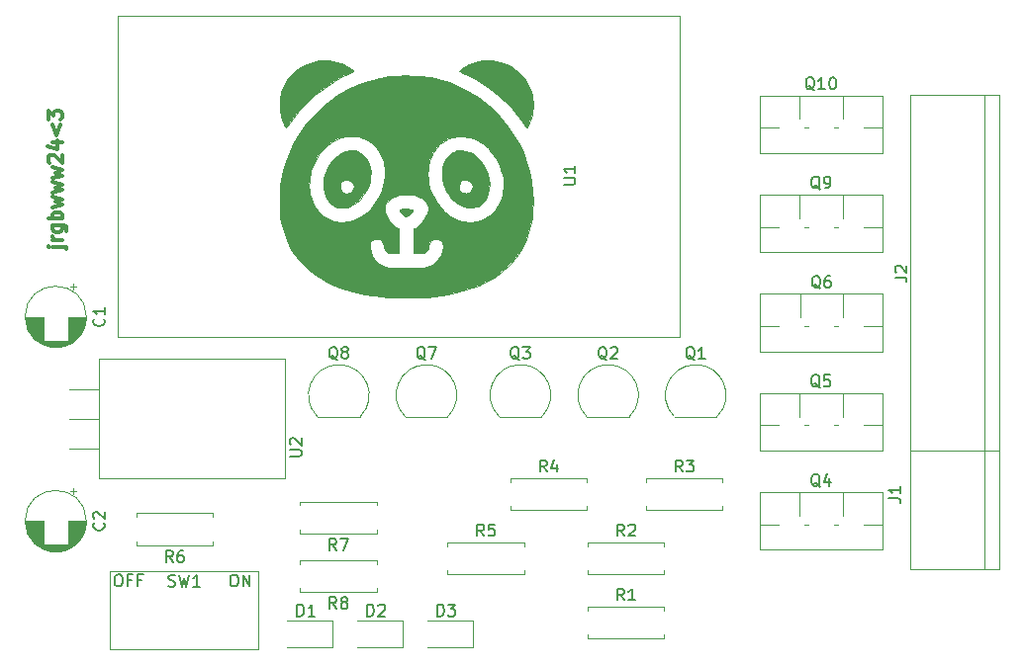
<source format=gbr>
%TF.GenerationSoftware,KiCad,Pcbnew,5.1.10-88a1d61d58~90~ubuntu20.04.1*%
%TF.CreationDate,2021-10-06T22:50:43-04:00*%
%TF.ProjectId,jrgbwww24,6a726762-7777-4773-9234-2e6b69636164,rev?*%
%TF.SameCoordinates,Original*%
%TF.FileFunction,Legend,Top*%
%TF.FilePolarity,Positive*%
%FSLAX46Y46*%
G04 Gerber Fmt 4.6, Leading zero omitted, Abs format (unit mm)*
G04 Created by KiCad (PCBNEW 5.1.10-88a1d61d58~90~ubuntu20.04.1) date 2021-10-06 22:50:43*
%MOMM*%
%LPD*%
G01*
G04 APERTURE LIST*
%ADD10C,0.300000*%
%ADD11C,0.120000*%
%ADD12C,0.010000*%
%ADD13C,0.150000*%
G04 APERTURE END LIST*
D10*
X93742857Y-80800000D02*
X94771428Y-80800000D01*
X94885714Y-80857142D01*
X94942857Y-80971428D01*
X94942857Y-81028571D01*
X93342857Y-80800000D02*
X93400000Y-80857142D01*
X93457142Y-80800000D01*
X93400000Y-80742857D01*
X93342857Y-80800000D01*
X93457142Y-80800000D01*
X94542857Y-80228571D02*
X93742857Y-80228571D01*
X93971428Y-80228571D02*
X93857142Y-80171428D01*
X93800000Y-80114285D01*
X93742857Y-80000000D01*
X93742857Y-79885714D01*
X93742857Y-78971428D02*
X94714285Y-78971428D01*
X94828571Y-79028571D01*
X94885714Y-79085714D01*
X94942857Y-79200000D01*
X94942857Y-79371428D01*
X94885714Y-79485714D01*
X94485714Y-78971428D02*
X94542857Y-79085714D01*
X94542857Y-79314285D01*
X94485714Y-79428571D01*
X94428571Y-79485714D01*
X94314285Y-79542857D01*
X93971428Y-79542857D01*
X93857142Y-79485714D01*
X93800000Y-79428571D01*
X93742857Y-79314285D01*
X93742857Y-79085714D01*
X93800000Y-78971428D01*
X94542857Y-78400000D02*
X93342857Y-78400000D01*
X93800000Y-78400000D02*
X93742857Y-78285714D01*
X93742857Y-78057142D01*
X93800000Y-77942857D01*
X93857142Y-77885714D01*
X93971428Y-77828571D01*
X94314285Y-77828571D01*
X94428571Y-77885714D01*
X94485714Y-77942857D01*
X94542857Y-78057142D01*
X94542857Y-78285714D01*
X94485714Y-78400000D01*
X93742857Y-77428571D02*
X94542857Y-77200000D01*
X93971428Y-76971428D01*
X94542857Y-76742857D01*
X93742857Y-76514285D01*
X93742857Y-76171428D02*
X94542857Y-75942857D01*
X93971428Y-75714285D01*
X94542857Y-75485714D01*
X93742857Y-75257142D01*
X93742857Y-74914285D02*
X94542857Y-74685714D01*
X93971428Y-74457142D01*
X94542857Y-74228571D01*
X93742857Y-74000000D01*
X93457142Y-73600000D02*
X93400000Y-73542857D01*
X93342857Y-73428571D01*
X93342857Y-73142857D01*
X93400000Y-73028571D01*
X93457142Y-72971428D01*
X93571428Y-72914285D01*
X93685714Y-72914285D01*
X93857142Y-72971428D01*
X94542857Y-73657142D01*
X94542857Y-72914285D01*
X93742857Y-71885714D02*
X94542857Y-71885714D01*
X93285714Y-72171428D02*
X94142857Y-72457142D01*
X94142857Y-71714285D01*
X93742857Y-70342857D02*
X94085714Y-71257142D01*
X94428571Y-70342857D01*
X93342857Y-69885714D02*
X93342857Y-69142857D01*
X93800000Y-69542857D01*
X93800000Y-69371428D01*
X93857142Y-69257142D01*
X93914285Y-69200000D01*
X94028571Y-69142857D01*
X94314285Y-69142857D01*
X94428571Y-69200000D01*
X94485714Y-69257142D01*
X94542857Y-69371428D01*
X94542857Y-69714285D01*
X94485714Y-69828571D01*
X94428571Y-69885714D01*
D11*
%TO.C,Q4*%
X154250000Y-101832000D02*
X164750000Y-101832000D01*
X154250000Y-106773000D02*
X164750000Y-106773000D01*
X154250000Y-101832000D02*
X154250000Y-106773000D01*
X164750000Y-101832000D02*
X164750000Y-106773000D01*
X154250000Y-104592000D02*
X155857000Y-104592000D01*
X158063000Y-104592000D02*
X158398000Y-104592000D01*
X160603000Y-104592000D02*
X160938000Y-104592000D01*
X163143000Y-104592000D02*
X164750000Y-104592000D01*
X157650000Y-101832000D02*
X157650000Y-103850000D01*
X161351000Y-101832000D02*
X161351000Y-103850000D01*
%TO.C,Q10*%
X154250000Y-67832000D02*
X164750000Y-67832000D01*
X154250000Y-72773000D02*
X164750000Y-72773000D01*
X154250000Y-67832000D02*
X154250000Y-72773000D01*
X164750000Y-67832000D02*
X164750000Y-72773000D01*
X154250000Y-70592000D02*
X155857000Y-70592000D01*
X158063000Y-70592000D02*
X158398000Y-70592000D01*
X160603000Y-70592000D02*
X160938000Y-70592000D01*
X163143000Y-70592000D02*
X164750000Y-70592000D01*
X157650000Y-67832000D02*
X157650000Y-69850000D01*
X161351000Y-67832000D02*
X161351000Y-69850000D01*
%TO.C,Q9*%
X154250000Y-76332000D02*
X164750000Y-76332000D01*
X154250000Y-81273000D02*
X164750000Y-81273000D01*
X154250000Y-76332000D02*
X154250000Y-81273000D01*
X164750000Y-76332000D02*
X164750000Y-81273000D01*
X154250000Y-79092000D02*
X155857000Y-79092000D01*
X158063000Y-79092000D02*
X158398000Y-79092000D01*
X160603000Y-79092000D02*
X160938000Y-79092000D01*
X163143000Y-79092000D02*
X164750000Y-79092000D01*
X157650000Y-76332000D02*
X157650000Y-78350000D01*
X161351000Y-76332000D02*
X161351000Y-78350000D01*
%TO.C,Q6*%
X154290000Y-84832000D02*
X164790000Y-84832000D01*
X154290000Y-89773000D02*
X164790000Y-89773000D01*
X154290000Y-84832000D02*
X154290000Y-89773000D01*
X164790000Y-84832000D02*
X164790000Y-89773000D01*
X154290000Y-87592000D02*
X155897000Y-87592000D01*
X158103000Y-87592000D02*
X158438000Y-87592000D01*
X160643000Y-87592000D02*
X160978000Y-87592000D01*
X163183000Y-87592000D02*
X164790000Y-87592000D01*
X157690000Y-84832000D02*
X157690000Y-86850000D01*
X161391000Y-84832000D02*
X161391000Y-86850000D01*
%TO.C,Q5*%
X154250000Y-93332000D02*
X164750000Y-93332000D01*
X154250000Y-98273000D02*
X164750000Y-98273000D01*
X154250000Y-93332000D02*
X154250000Y-98273000D01*
X164750000Y-93332000D02*
X164750000Y-98273000D01*
X154250000Y-96092000D02*
X155857000Y-96092000D01*
X158063000Y-96092000D02*
X158398000Y-96092000D01*
X160603000Y-96092000D02*
X160938000Y-96092000D01*
X163143000Y-96092000D02*
X164750000Y-96092000D01*
X157650000Y-93332000D02*
X157650000Y-95350000D01*
X161351000Y-93332000D02*
X161351000Y-95350000D01*
%TO.C,SW1*%
X111350000Y-115302000D02*
X98650000Y-115302000D01*
X98650000Y-115302000D02*
X98650000Y-108571000D01*
X98650000Y-108571000D02*
X111350000Y-108571000D01*
X111350000Y-108571000D02*
X111350000Y-115302000D01*
%TO.C,U1*%
X147388100Y-61022100D02*
X99318600Y-61022100D01*
X99318600Y-61022100D02*
X99318600Y-88555700D01*
X99318600Y-88555700D02*
X147362700Y-88555700D01*
X147362700Y-88555700D02*
X147362700Y-61022100D01*
D12*
%TO.C,G\u002A\u002A\u002A*%
G36*
X129056081Y-72577652D02*
G01*
X129427580Y-72700290D01*
X129783542Y-72905155D01*
X130125239Y-73192881D01*
X130253356Y-73325987D01*
X130558200Y-73710943D01*
X130792696Y-74125125D01*
X130963644Y-74582368D01*
X131052124Y-74950807D01*
X131102537Y-75382251D01*
X131088109Y-75798319D01*
X131012427Y-76189484D01*
X130879082Y-76546223D01*
X130691662Y-76859011D01*
X130453757Y-77118323D01*
X130168955Y-77314634D01*
X130159500Y-77319566D01*
X129955055Y-77393157D01*
X129700467Y-77437810D01*
X129425695Y-77452013D01*
X129160697Y-77434254D01*
X128935431Y-77383022D01*
X128931280Y-77381554D01*
X128539554Y-77198160D01*
X128181844Y-76945310D01*
X127863600Y-76633247D01*
X127590276Y-76272217D01*
X127367325Y-75872467D01*
X127302898Y-75707385D01*
X128490357Y-75707385D01*
X128552692Y-75902655D01*
X128675481Y-76071930D01*
X128768481Y-76147323D01*
X128915356Y-76207103D01*
X129080000Y-76227109D01*
X129258437Y-76203571D01*
X129391518Y-76147323D01*
X129559114Y-75991763D01*
X129652272Y-75796736D01*
X129672109Y-75635000D01*
X129633478Y-75414016D01*
X129518949Y-75229831D01*
X129391518Y-75122677D01*
X129207724Y-75048634D01*
X129007615Y-75045357D01*
X128812345Y-75107692D01*
X128643069Y-75230481D01*
X128567677Y-75323481D01*
X128493634Y-75507275D01*
X128490357Y-75707385D01*
X127302898Y-75707385D01*
X127200198Y-75444242D01*
X127094347Y-74997787D01*
X127055226Y-74543348D01*
X127088286Y-74091171D01*
X127111962Y-73962833D01*
X127231241Y-73566227D01*
X127408628Y-73225787D01*
X127641313Y-72945395D01*
X127926488Y-72728932D01*
X128053936Y-72661442D01*
X128207956Y-72595007D01*
X128342381Y-72556971D01*
X128493349Y-72539982D01*
X128667769Y-72536605D01*
X129056081Y-72577652D01*
G37*
X129056081Y-72577652D02*
X129427580Y-72700290D01*
X129783542Y-72905155D01*
X130125239Y-73192881D01*
X130253356Y-73325987D01*
X130558200Y-73710943D01*
X130792696Y-74125125D01*
X130963644Y-74582368D01*
X131052124Y-74950807D01*
X131102537Y-75382251D01*
X131088109Y-75798319D01*
X131012427Y-76189484D01*
X130879082Y-76546223D01*
X130691662Y-76859011D01*
X130453757Y-77118323D01*
X130168955Y-77314634D01*
X130159500Y-77319566D01*
X129955055Y-77393157D01*
X129700467Y-77437810D01*
X129425695Y-77452013D01*
X129160697Y-77434254D01*
X128935431Y-77383022D01*
X128931280Y-77381554D01*
X128539554Y-77198160D01*
X128181844Y-76945310D01*
X127863600Y-76633247D01*
X127590276Y-76272217D01*
X127367325Y-75872467D01*
X127302898Y-75707385D01*
X128490357Y-75707385D01*
X128552692Y-75902655D01*
X128675481Y-76071930D01*
X128768481Y-76147323D01*
X128915356Y-76207103D01*
X129080000Y-76227109D01*
X129258437Y-76203571D01*
X129391518Y-76147323D01*
X129559114Y-75991763D01*
X129652272Y-75796736D01*
X129672109Y-75635000D01*
X129633478Y-75414016D01*
X129518949Y-75229831D01*
X129391518Y-75122677D01*
X129207724Y-75048634D01*
X129007615Y-75045357D01*
X128812345Y-75107692D01*
X128643069Y-75230481D01*
X128567677Y-75323481D01*
X128493634Y-75507275D01*
X128490357Y-75707385D01*
X127302898Y-75707385D01*
X127200198Y-75444242D01*
X127094347Y-74997787D01*
X127055226Y-74543348D01*
X127088286Y-74091171D01*
X127111962Y-73962833D01*
X127231241Y-73566227D01*
X127408628Y-73225787D01*
X127641313Y-72945395D01*
X127926488Y-72728932D01*
X128053936Y-72661442D01*
X128207956Y-72595007D01*
X128342381Y-72556971D01*
X128493349Y-72539982D01*
X128667769Y-72536605D01*
X129056081Y-72577652D01*
G36*
X119527416Y-72541190D02*
G01*
X119674384Y-72560380D01*
X119809273Y-72601527D01*
X119946064Y-72661442D01*
X120251343Y-72851387D01*
X120505251Y-73106806D01*
X120704979Y-73423818D01*
X120847716Y-73798539D01*
X120888037Y-73962833D01*
X120943418Y-74364864D01*
X120936194Y-74766406D01*
X120864931Y-75186980D01*
X120774625Y-75508000D01*
X120588977Y-75962982D01*
X120340639Y-76377315D01*
X120037560Y-76741392D01*
X119687689Y-77045607D01*
X119314413Y-77272790D01*
X119153518Y-77348892D01*
X119024866Y-77396758D01*
X118897122Y-77423674D01*
X118738953Y-77436930D01*
X118586082Y-77442171D01*
X118396665Y-77443256D01*
X118228994Y-77437368D01*
X118108213Y-77425688D01*
X118073333Y-77418068D01*
X117757678Y-77272034D01*
X117485131Y-77059363D01*
X117259505Y-76788411D01*
X117084613Y-76467537D01*
X116964266Y-76105096D01*
X116902277Y-75709447D01*
X116902309Y-75635000D01*
X118327891Y-75635000D01*
X118365815Y-75853901D01*
X118471692Y-76032654D01*
X118633682Y-76159418D01*
X118839944Y-76222353D01*
X118920000Y-76227109D01*
X119098437Y-76203571D01*
X119231518Y-76147323D01*
X119399114Y-75991763D01*
X119492272Y-75796736D01*
X119512109Y-75635000D01*
X119474185Y-75416099D01*
X119368308Y-75237346D01*
X119206318Y-75110582D01*
X119000055Y-75047647D01*
X118920000Y-75042891D01*
X118701099Y-75080815D01*
X118522346Y-75186692D01*
X118395582Y-75348682D01*
X118332647Y-75554944D01*
X118327891Y-75635000D01*
X116902309Y-75635000D01*
X116902458Y-75288947D01*
X116947876Y-74950807D01*
X117076780Y-74453450D01*
X117264273Y-74009240D01*
X117517156Y-73604342D01*
X117746643Y-73325987D01*
X118083185Y-73006167D01*
X118433500Y-72769452D01*
X118798861Y-72615207D01*
X119180544Y-72542798D01*
X119332230Y-72536605D01*
X119527416Y-72541190D01*
G37*
X119527416Y-72541190D02*
X119674384Y-72560380D01*
X119809273Y-72601527D01*
X119946064Y-72661442D01*
X120251343Y-72851387D01*
X120505251Y-73106806D01*
X120704979Y-73423818D01*
X120847716Y-73798539D01*
X120888037Y-73962833D01*
X120943418Y-74364864D01*
X120936194Y-74766406D01*
X120864931Y-75186980D01*
X120774625Y-75508000D01*
X120588977Y-75962982D01*
X120340639Y-76377315D01*
X120037560Y-76741392D01*
X119687689Y-77045607D01*
X119314413Y-77272790D01*
X119153518Y-77348892D01*
X119024866Y-77396758D01*
X118897122Y-77423674D01*
X118738953Y-77436930D01*
X118586082Y-77442171D01*
X118396665Y-77443256D01*
X118228994Y-77437368D01*
X118108213Y-77425688D01*
X118073333Y-77418068D01*
X117757678Y-77272034D01*
X117485131Y-77059363D01*
X117259505Y-76788411D01*
X117084613Y-76467537D01*
X116964266Y-76105096D01*
X116902277Y-75709447D01*
X116902309Y-75635000D01*
X118327891Y-75635000D01*
X118365815Y-75853901D01*
X118471692Y-76032654D01*
X118633682Y-76159418D01*
X118839944Y-76222353D01*
X118920000Y-76227109D01*
X119098437Y-76203571D01*
X119231518Y-76147323D01*
X119399114Y-75991763D01*
X119492272Y-75796736D01*
X119512109Y-75635000D01*
X119474185Y-75416099D01*
X119368308Y-75237346D01*
X119206318Y-75110582D01*
X119000055Y-75047647D01*
X118920000Y-75042891D01*
X118701099Y-75080815D01*
X118522346Y-75186692D01*
X118395582Y-75348682D01*
X118332647Y-75554944D01*
X118327891Y-75635000D01*
X116902309Y-75635000D01*
X116902458Y-75288947D01*
X116947876Y-74950807D01*
X117076780Y-74453450D01*
X117264273Y-74009240D01*
X117517156Y-73604342D01*
X117746643Y-73325987D01*
X118083185Y-73006167D01*
X118433500Y-72769452D01*
X118798861Y-72615207D01*
X119180544Y-72542798D01*
X119332230Y-72536605D01*
X119527416Y-72541190D01*
G36*
X124133045Y-77554715D02*
G01*
X124326414Y-77569337D01*
X124479106Y-77596748D01*
X124550461Y-77624745D01*
X124577136Y-77660885D01*
X124558777Y-77723486D01*
X124494294Y-77825567D01*
X124326025Y-78024358D01*
X124155250Y-78139668D01*
X123983166Y-78171179D01*
X123810973Y-78118573D01*
X123696904Y-78036787D01*
X123554010Y-77895519D01*
X123461665Y-77772337D01*
X123426157Y-77677755D01*
X123450256Y-77624302D01*
X123557605Y-77587673D01*
X123723767Y-77563873D01*
X123923872Y-77552890D01*
X124133045Y-77554715D01*
G37*
X124133045Y-77554715D02*
X124326414Y-77569337D01*
X124479106Y-77596748D01*
X124550461Y-77624745D01*
X124577136Y-77660885D01*
X124558777Y-77723486D01*
X124494294Y-77825567D01*
X124326025Y-78024358D01*
X124155250Y-78139668D01*
X123983166Y-78171179D01*
X123810973Y-78118573D01*
X123696904Y-78036787D01*
X123554010Y-77895519D01*
X123461665Y-77772337D01*
X123426157Y-77677755D01*
X123450256Y-77624302D01*
X123557605Y-77587673D01*
X123723767Y-77563873D01*
X123923872Y-77552890D01*
X124133045Y-77554715D01*
G36*
X131332194Y-64849071D02*
G01*
X131680593Y-64888550D01*
X131747865Y-64901130D01*
X132298950Y-65054566D01*
X132812323Y-65281288D01*
X133282351Y-65576228D01*
X133703403Y-65934319D01*
X134069848Y-66350492D01*
X134376053Y-66819680D01*
X134616389Y-67336815D01*
X134690709Y-67549333D01*
X134755817Y-67815724D01*
X134803246Y-68135922D01*
X134831210Y-68480955D01*
X134837925Y-68821848D01*
X134821605Y-69129629D01*
X134798309Y-69295520D01*
X134752418Y-69498369D01*
X134690018Y-69719229D01*
X134616812Y-69943302D01*
X134538501Y-70155788D01*
X134460787Y-70341887D01*
X134389372Y-70486800D01*
X134329958Y-70575727D01*
X134296974Y-70596786D01*
X134261825Y-70563308D01*
X134193556Y-70474018D01*
X134103984Y-70344861D01*
X134054167Y-70269178D01*
X133842012Y-69962169D01*
X133582444Y-69619852D01*
X133292043Y-69262357D01*
X132987390Y-68909811D01*
X132685065Y-68582344D01*
X132555661Y-68449996D01*
X131818451Y-67769591D01*
X131032217Y-67157065D01*
X130193693Y-66610088D01*
X129299614Y-66126333D01*
X129293237Y-66123206D01*
X129061649Y-66008697D01*
X128858323Y-65906218D01*
X128694699Y-65821697D01*
X128582216Y-65761059D01*
X128532312Y-65730232D01*
X128530848Y-65728219D01*
X128563554Y-65694924D01*
X128651845Y-65628929D01*
X128778840Y-65541319D01*
X128927658Y-65443182D01*
X129081418Y-65345601D01*
X129223240Y-65259663D01*
X129336242Y-65196454D01*
X129355167Y-65186891D01*
X129475682Y-65134732D01*
X129645635Y-65069899D01*
X129833440Y-65004289D01*
X129884333Y-64987590D01*
X130197028Y-64911158D01*
X130561707Y-64861707D01*
X130949664Y-64840567D01*
X131332194Y-64849071D01*
G37*
X131332194Y-64849071D02*
X131680593Y-64888550D01*
X131747865Y-64901130D01*
X132298950Y-65054566D01*
X132812323Y-65281288D01*
X133282351Y-65576228D01*
X133703403Y-65934319D01*
X134069848Y-66350492D01*
X134376053Y-66819680D01*
X134616389Y-67336815D01*
X134690709Y-67549333D01*
X134755817Y-67815724D01*
X134803246Y-68135922D01*
X134831210Y-68480955D01*
X134837925Y-68821848D01*
X134821605Y-69129629D01*
X134798309Y-69295520D01*
X134752418Y-69498369D01*
X134690018Y-69719229D01*
X134616812Y-69943302D01*
X134538501Y-70155788D01*
X134460787Y-70341887D01*
X134389372Y-70486800D01*
X134329958Y-70575727D01*
X134296974Y-70596786D01*
X134261825Y-70563308D01*
X134193556Y-70474018D01*
X134103984Y-70344861D01*
X134054167Y-70269178D01*
X133842012Y-69962169D01*
X133582444Y-69619852D01*
X133292043Y-69262357D01*
X132987390Y-68909811D01*
X132685065Y-68582344D01*
X132555661Y-68449996D01*
X131818451Y-67769591D01*
X131032217Y-67157065D01*
X130193693Y-66610088D01*
X129299614Y-66126333D01*
X129293237Y-66123206D01*
X129061649Y-66008697D01*
X128858323Y-65906218D01*
X128694699Y-65821697D01*
X128582216Y-65761059D01*
X128532312Y-65730232D01*
X128530848Y-65728219D01*
X128563554Y-65694924D01*
X128651845Y-65628929D01*
X128778840Y-65541319D01*
X128927658Y-65443182D01*
X129081418Y-65345601D01*
X129223240Y-65259663D01*
X129336242Y-65196454D01*
X129355167Y-65186891D01*
X129475682Y-65134732D01*
X129645635Y-65069899D01*
X129833440Y-65004289D01*
X129884333Y-64987590D01*
X130197028Y-64911158D01*
X130561707Y-64861707D01*
X130949664Y-64840567D01*
X131332194Y-64849071D01*
G36*
X117356376Y-64854766D02*
G01*
X117728440Y-64898280D01*
X118054654Y-64969058D01*
X118115667Y-64987590D01*
X118302833Y-65051314D01*
X118480887Y-65117552D01*
X118618245Y-65174409D01*
X118644833Y-65186891D01*
X118749424Y-65243758D01*
X118886468Y-65325740D01*
X119039084Y-65421751D01*
X119190392Y-65520705D01*
X119323510Y-65611517D01*
X119421558Y-65683101D01*
X119467654Y-65724371D01*
X119469152Y-65728219D01*
X119432575Y-65752644D01*
X119331222Y-65808016D01*
X119176533Y-65888410D01*
X118979944Y-65987900D01*
X118752896Y-66100559D01*
X118706762Y-66123206D01*
X117812288Y-66606533D01*
X116973391Y-67153064D01*
X116186807Y-67765130D01*
X115449270Y-68445059D01*
X115444338Y-68449996D01*
X115148379Y-68759837D01*
X114842714Y-69103712D01*
X114543925Y-69461491D01*
X114268593Y-69813045D01*
X114033298Y-70138247D01*
X113945833Y-70269178D01*
X113849972Y-70412466D01*
X113769417Y-70523977D01*
X113715986Y-70587766D01*
X113703026Y-70596786D01*
X113669570Y-70562179D01*
X113612780Y-70471258D01*
X113550197Y-70353917D01*
X113370624Y-69939432D01*
X113250193Y-69524005D01*
X113184551Y-69085894D01*
X113169345Y-68603356D01*
X113173036Y-68470020D01*
X113186816Y-68200420D01*
X113207350Y-67988427D01*
X113238637Y-67807025D01*
X113284676Y-67629198D01*
X113309291Y-67549333D01*
X113522546Y-67014955D01*
X113803858Y-66526558D01*
X114147593Y-66089209D01*
X114548122Y-65707977D01*
X114999812Y-65387927D01*
X115497032Y-65134129D01*
X116034151Y-64951650D01*
X116252135Y-64901130D01*
X116589518Y-64854859D01*
X116967167Y-64839848D01*
X117356376Y-64854766D01*
G37*
X117356376Y-64854766D02*
X117728440Y-64898280D01*
X118054654Y-64969058D01*
X118115667Y-64987590D01*
X118302833Y-65051314D01*
X118480887Y-65117552D01*
X118618245Y-65174409D01*
X118644833Y-65186891D01*
X118749424Y-65243758D01*
X118886468Y-65325740D01*
X119039084Y-65421751D01*
X119190392Y-65520705D01*
X119323510Y-65611517D01*
X119421558Y-65683101D01*
X119467654Y-65724371D01*
X119469152Y-65728219D01*
X119432575Y-65752644D01*
X119331222Y-65808016D01*
X119176533Y-65888410D01*
X118979944Y-65987900D01*
X118752896Y-66100559D01*
X118706762Y-66123206D01*
X117812288Y-66606533D01*
X116973391Y-67153064D01*
X116186807Y-67765130D01*
X115449270Y-68445059D01*
X115444338Y-68449996D01*
X115148379Y-68759837D01*
X114842714Y-69103712D01*
X114543925Y-69461491D01*
X114268593Y-69813045D01*
X114033298Y-70138247D01*
X113945833Y-70269178D01*
X113849972Y-70412466D01*
X113769417Y-70523977D01*
X113715986Y-70587766D01*
X113703026Y-70596786D01*
X113669570Y-70562179D01*
X113612780Y-70471258D01*
X113550197Y-70353917D01*
X113370624Y-69939432D01*
X113250193Y-69524005D01*
X113184551Y-69085894D01*
X113169345Y-68603356D01*
X113173036Y-68470020D01*
X113186816Y-68200420D01*
X113207350Y-67988427D01*
X113238637Y-67807025D01*
X113284676Y-67629198D01*
X113309291Y-67549333D01*
X113522546Y-67014955D01*
X113803858Y-66526558D01*
X114147593Y-66089209D01*
X114548122Y-65707977D01*
X114999812Y-65387927D01*
X115497032Y-65134129D01*
X116034151Y-64951650D01*
X116252135Y-64901130D01*
X116589518Y-64854859D01*
X116967167Y-64839848D01*
X117356376Y-64854766D01*
G36*
X124450918Y-66135723D02*
G01*
X124834843Y-66144196D01*
X125169351Y-66160771D01*
X125472018Y-66187460D01*
X125760419Y-66226269D01*
X126052129Y-66279209D01*
X126364723Y-66348288D01*
X126715778Y-66435515D01*
X126772831Y-66450286D01*
X127657498Y-66723471D01*
X128513639Y-67073633D01*
X129336241Y-67496429D01*
X130120292Y-67987515D01*
X130860780Y-68542544D01*
X131552693Y-69157174D01*
X132191017Y-69827058D01*
X132770740Y-70547852D01*
X133286849Y-71315212D01*
X133734333Y-72124792D01*
X134006558Y-72720264D01*
X134310234Y-73524697D01*
X134541765Y-74322008D01*
X134704434Y-75128832D01*
X134801526Y-75961803D01*
X134836323Y-76837556D01*
X134836507Y-76924902D01*
X134815191Y-77658368D01*
X134750834Y-78331981D01*
X134640452Y-78960481D01*
X134481065Y-79558603D01*
X134269692Y-80141088D01*
X134114458Y-80493938D01*
X133757468Y-81158198D01*
X133331566Y-81774001D01*
X132837776Y-82340610D01*
X132277123Y-82857290D01*
X131650631Y-83323302D01*
X130959325Y-83737912D01*
X130204230Y-84100382D01*
X129386371Y-84409976D01*
X128506772Y-84665957D01*
X128212167Y-84736488D01*
X127594967Y-84865772D01*
X126988148Y-84968942D01*
X126374811Y-85047642D01*
X125738056Y-85103512D01*
X125060983Y-85138195D01*
X124326691Y-85153334D01*
X123915333Y-85154023D01*
X123561194Y-85150744D01*
X123201356Y-85144026D01*
X122854006Y-85134453D01*
X122537332Y-85122609D01*
X122269518Y-85109077D01*
X122073833Y-85094910D01*
X121022443Y-84969444D01*
X120034497Y-84791283D01*
X119110482Y-84560808D01*
X118250886Y-84278401D01*
X117456196Y-83944442D01*
X116726901Y-83559313D01*
X116063487Y-83123394D01*
X115466443Y-82637066D01*
X114936256Y-82100710D01*
X114473414Y-81514707D01*
X114078403Y-80879439D01*
X113975515Y-80663971D01*
X120871546Y-80663971D01*
X120874900Y-80840834D01*
X120876475Y-80865600D01*
X120942088Y-81244445D01*
X121081540Y-81592343D01*
X121287177Y-81901315D01*
X121551347Y-82163384D01*
X121866397Y-82370570D01*
X122224673Y-82514896D01*
X122518333Y-82577251D01*
X122642522Y-82587783D01*
X122836901Y-82596459D01*
X123087014Y-82603261D01*
X123378404Y-82608172D01*
X123696613Y-82611174D01*
X124027187Y-82612251D01*
X124355668Y-82611385D01*
X124667599Y-82608558D01*
X124948524Y-82603755D01*
X125183986Y-82596957D01*
X125359529Y-82588147D01*
X125439333Y-82580732D01*
X125839093Y-82489770D01*
X126196946Y-82332377D01*
X126506312Y-82115255D01*
X126760608Y-81845105D01*
X126953255Y-81528630D01*
X127077671Y-81172532D01*
X127123524Y-80865600D01*
X127129081Y-80681129D01*
X127113698Y-80550034D01*
X127073548Y-80442771D01*
X127067199Y-80430683D01*
X126931645Y-80263551D01*
X126745588Y-80157694D01*
X126535003Y-80122612D01*
X126317275Y-80160535D01*
X126140457Y-80269593D01*
X126010552Y-80443790D01*
X125933559Y-80677127D01*
X125924736Y-80732619D01*
X125859391Y-80985380D01*
X125739624Y-81175896D01*
X125615642Y-81275917D01*
X125530418Y-81312987D01*
X125414810Y-81335968D01*
X125249710Y-81347419D01*
X125062385Y-81350000D01*
X124635000Y-81350000D01*
X124635000Y-79243605D01*
X124772583Y-79186980D01*
X124906893Y-79106077D01*
X125068717Y-78969679D01*
X125242121Y-78794961D01*
X125411176Y-78599097D01*
X125559947Y-78399264D01*
X125667583Y-78222152D01*
X125791204Y-77927284D01*
X125854629Y-77638917D01*
X125855148Y-77374268D01*
X125823532Y-77232192D01*
X125710545Y-77014792D01*
X125526222Y-76810923D01*
X125283811Y-76630392D01*
X124996558Y-76483008D01*
X124677714Y-76378580D01*
X124667184Y-76376069D01*
X124419252Y-76336392D01*
X124123485Y-76317617D01*
X123814094Y-76319744D01*
X123525290Y-76342774D01*
X123332815Y-76376069D01*
X123013182Y-76478967D01*
X122724719Y-76625133D01*
X122480674Y-76804760D01*
X122294296Y-77008037D01*
X122178833Y-77225157D01*
X122176468Y-77232192D01*
X122137388Y-77473987D01*
X122162865Y-77749976D01*
X122250188Y-78042940D01*
X122332416Y-78222152D01*
X122447351Y-78409940D01*
X122597634Y-78609999D01*
X122767334Y-78805154D01*
X122940519Y-78978231D01*
X123101256Y-79112055D01*
X123227417Y-79186980D01*
X123365000Y-79243605D01*
X123365000Y-81350000D01*
X122937615Y-81350000D01*
X122717208Y-81346145D01*
X122562082Y-81332873D01*
X122453126Y-81307627D01*
X122384358Y-81275917D01*
X122224980Y-81133678D01*
X122118849Y-80927135D01*
X122075263Y-80732619D01*
X122010048Y-80487718D01*
X121890670Y-80300708D01*
X121723130Y-80177586D01*
X121513428Y-80124351D01*
X121464997Y-80122612D01*
X121246047Y-80160691D01*
X121061726Y-80269234D01*
X120932800Y-80430683D01*
X120889571Y-80537102D01*
X120871546Y-80663971D01*
X113975515Y-80663971D01*
X113751713Y-80195286D01*
X113493831Y-79462629D01*
X113305243Y-78681849D01*
X113224263Y-78180772D01*
X113195435Y-77889936D01*
X113176169Y-77537511D01*
X113166435Y-77146029D01*
X113166203Y-76738022D01*
X113175445Y-76336022D01*
X113194130Y-75962562D01*
X113222229Y-75640174D01*
X113227651Y-75594402D01*
X113231762Y-75570025D01*
X115682771Y-75570025D01*
X115703390Y-75958092D01*
X115754318Y-76305280D01*
X115780989Y-76418167D01*
X115953672Y-76921127D01*
X116186903Y-77370388D01*
X116477281Y-77762266D01*
X116821407Y-78093080D01*
X117215879Y-78359150D01*
X117657298Y-78556793D01*
X117798167Y-78602132D01*
X118027043Y-78648723D01*
X118306445Y-78674482D01*
X118604741Y-78679039D01*
X118890300Y-78662024D01*
X119131490Y-78623068D01*
X119151919Y-78617959D01*
X119669939Y-78440128D01*
X120154947Y-78187918D01*
X120601615Y-77866963D01*
X121004616Y-77482897D01*
X121358623Y-77041353D01*
X121658308Y-76547964D01*
X121898344Y-76008365D01*
X122039257Y-75564608D01*
X122108423Y-75218318D01*
X122147849Y-74830126D01*
X122154767Y-74534333D01*
X125850314Y-74534333D01*
X125865839Y-74979509D01*
X125917163Y-75375564D01*
X126011040Y-75752168D01*
X126154223Y-76138989D01*
X126277565Y-76411275D01*
X126550211Y-76898364D01*
X126877282Y-77342641D01*
X127250157Y-77736608D01*
X127660211Y-78072768D01*
X128098821Y-78343623D01*
X128557365Y-78541676D01*
X128814137Y-78616664D01*
X129040638Y-78654506D01*
X129313740Y-78674517D01*
X129602698Y-78676667D01*
X129876769Y-78660922D01*
X130105207Y-78627252D01*
X130143955Y-78618043D01*
X130589476Y-78460079D01*
X130996004Y-78229726D01*
X131358772Y-77932038D01*
X131673018Y-77572063D01*
X131933975Y-77154854D01*
X132136881Y-76685461D01*
X132219011Y-76418167D01*
X132281258Y-76093211D01*
X132313096Y-75717080D01*
X132314792Y-75317512D01*
X132286613Y-74922244D01*
X132228829Y-74559016D01*
X132199900Y-74437925D01*
X132009088Y-73866913D01*
X131751482Y-73330060D01*
X131433929Y-72839534D01*
X131063272Y-72407502D01*
X131050416Y-72394584D01*
X130641174Y-72034204D01*
X130212431Y-71747304D01*
X129770628Y-71533207D01*
X129322205Y-71391236D01*
X128873601Y-71320714D01*
X128431257Y-71320964D01*
X128001612Y-71391309D01*
X127591107Y-71531072D01*
X127206181Y-71739577D01*
X126853275Y-72016146D01*
X126538829Y-72360102D01*
X126269282Y-72770769D01*
X126199312Y-72904500D01*
X126060665Y-73210865D01*
X125961733Y-73499522D01*
X125897229Y-73795157D01*
X125861867Y-74122455D01*
X125850363Y-74506102D01*
X125850314Y-74534333D01*
X122154767Y-74534333D01*
X122157261Y-74427729D01*
X122136382Y-74038824D01*
X122084937Y-73691108D01*
X122059011Y-73581833D01*
X121890712Y-73091047D01*
X121664380Y-72650504D01*
X121385413Y-72264754D01*
X121059207Y-71938344D01*
X120691161Y-71675821D01*
X120286672Y-71481736D01*
X119851139Y-71360634D01*
X119389959Y-71317066D01*
X119371056Y-71317000D01*
X118894523Y-71350964D01*
X118439532Y-71455275D01*
X117996257Y-71633557D01*
X117554873Y-71889438D01*
X117275734Y-72090279D01*
X116920368Y-72411278D01*
X116591987Y-72800671D01*
X116299608Y-73244114D01*
X116052247Y-73727263D01*
X115858919Y-74235774D01*
X115800100Y-74437925D01*
X115731394Y-74782203D01*
X115692195Y-75168816D01*
X115682771Y-75570025D01*
X113231762Y-75570025D01*
X113385453Y-74658812D01*
X113622665Y-73748016D01*
X113936555Y-72866282D01*
X114324391Y-72017878D01*
X114783444Y-71207073D01*
X115310981Y-70438134D01*
X115904271Y-69715330D01*
X116560582Y-69042929D01*
X117277184Y-68425199D01*
X118051345Y-67866408D01*
X118258062Y-67733594D01*
X119071901Y-67273165D01*
X119930947Y-66883761D01*
X120833160Y-66566151D01*
X121776498Y-66321103D01*
X122264333Y-66225788D01*
X122435234Y-66197616D01*
X122596138Y-66175710D01*
X122761275Y-66159312D01*
X122944875Y-66147664D01*
X123161164Y-66140008D01*
X123424374Y-66135586D01*
X123748733Y-66133641D01*
X124000000Y-66133346D01*
X124450918Y-66135723D01*
G37*
X124450918Y-66135723D02*
X124834843Y-66144196D01*
X125169351Y-66160771D01*
X125472018Y-66187460D01*
X125760419Y-66226269D01*
X126052129Y-66279209D01*
X126364723Y-66348288D01*
X126715778Y-66435515D01*
X126772831Y-66450286D01*
X127657498Y-66723471D01*
X128513639Y-67073633D01*
X129336241Y-67496429D01*
X130120292Y-67987515D01*
X130860780Y-68542544D01*
X131552693Y-69157174D01*
X132191017Y-69827058D01*
X132770740Y-70547852D01*
X133286849Y-71315212D01*
X133734333Y-72124792D01*
X134006558Y-72720264D01*
X134310234Y-73524697D01*
X134541765Y-74322008D01*
X134704434Y-75128832D01*
X134801526Y-75961803D01*
X134836323Y-76837556D01*
X134836507Y-76924902D01*
X134815191Y-77658368D01*
X134750834Y-78331981D01*
X134640452Y-78960481D01*
X134481065Y-79558603D01*
X134269692Y-80141088D01*
X134114458Y-80493938D01*
X133757468Y-81158198D01*
X133331566Y-81774001D01*
X132837776Y-82340610D01*
X132277123Y-82857290D01*
X131650631Y-83323302D01*
X130959325Y-83737912D01*
X130204230Y-84100382D01*
X129386371Y-84409976D01*
X128506772Y-84665957D01*
X128212167Y-84736488D01*
X127594967Y-84865772D01*
X126988148Y-84968942D01*
X126374811Y-85047642D01*
X125738056Y-85103512D01*
X125060983Y-85138195D01*
X124326691Y-85153334D01*
X123915333Y-85154023D01*
X123561194Y-85150744D01*
X123201356Y-85144026D01*
X122854006Y-85134453D01*
X122537332Y-85122609D01*
X122269518Y-85109077D01*
X122073833Y-85094910D01*
X121022443Y-84969444D01*
X120034497Y-84791283D01*
X119110482Y-84560808D01*
X118250886Y-84278401D01*
X117456196Y-83944442D01*
X116726901Y-83559313D01*
X116063487Y-83123394D01*
X115466443Y-82637066D01*
X114936256Y-82100710D01*
X114473414Y-81514707D01*
X114078403Y-80879439D01*
X113975515Y-80663971D01*
X120871546Y-80663971D01*
X120874900Y-80840834D01*
X120876475Y-80865600D01*
X120942088Y-81244445D01*
X121081540Y-81592343D01*
X121287177Y-81901315D01*
X121551347Y-82163384D01*
X121866397Y-82370570D01*
X122224673Y-82514896D01*
X122518333Y-82577251D01*
X122642522Y-82587783D01*
X122836901Y-82596459D01*
X123087014Y-82603261D01*
X123378404Y-82608172D01*
X123696613Y-82611174D01*
X124027187Y-82612251D01*
X124355668Y-82611385D01*
X124667599Y-82608558D01*
X124948524Y-82603755D01*
X125183986Y-82596957D01*
X125359529Y-82588147D01*
X125439333Y-82580732D01*
X125839093Y-82489770D01*
X126196946Y-82332377D01*
X126506312Y-82115255D01*
X126760608Y-81845105D01*
X126953255Y-81528630D01*
X127077671Y-81172532D01*
X127123524Y-80865600D01*
X127129081Y-80681129D01*
X127113698Y-80550034D01*
X127073548Y-80442771D01*
X127067199Y-80430683D01*
X126931645Y-80263551D01*
X126745588Y-80157694D01*
X126535003Y-80122612D01*
X126317275Y-80160535D01*
X126140457Y-80269593D01*
X126010552Y-80443790D01*
X125933559Y-80677127D01*
X125924736Y-80732619D01*
X125859391Y-80985380D01*
X125739624Y-81175896D01*
X125615642Y-81275917D01*
X125530418Y-81312987D01*
X125414810Y-81335968D01*
X125249710Y-81347419D01*
X125062385Y-81350000D01*
X124635000Y-81350000D01*
X124635000Y-79243605D01*
X124772583Y-79186980D01*
X124906893Y-79106077D01*
X125068717Y-78969679D01*
X125242121Y-78794961D01*
X125411176Y-78599097D01*
X125559947Y-78399264D01*
X125667583Y-78222152D01*
X125791204Y-77927284D01*
X125854629Y-77638917D01*
X125855148Y-77374268D01*
X125823532Y-77232192D01*
X125710545Y-77014792D01*
X125526222Y-76810923D01*
X125283811Y-76630392D01*
X124996558Y-76483008D01*
X124677714Y-76378580D01*
X124667184Y-76376069D01*
X124419252Y-76336392D01*
X124123485Y-76317617D01*
X123814094Y-76319744D01*
X123525290Y-76342774D01*
X123332815Y-76376069D01*
X123013182Y-76478967D01*
X122724719Y-76625133D01*
X122480674Y-76804760D01*
X122294296Y-77008037D01*
X122178833Y-77225157D01*
X122176468Y-77232192D01*
X122137388Y-77473987D01*
X122162865Y-77749976D01*
X122250188Y-78042940D01*
X122332416Y-78222152D01*
X122447351Y-78409940D01*
X122597634Y-78609999D01*
X122767334Y-78805154D01*
X122940519Y-78978231D01*
X123101256Y-79112055D01*
X123227417Y-79186980D01*
X123365000Y-79243605D01*
X123365000Y-81350000D01*
X122937615Y-81350000D01*
X122717208Y-81346145D01*
X122562082Y-81332873D01*
X122453126Y-81307627D01*
X122384358Y-81275917D01*
X122224980Y-81133678D01*
X122118849Y-80927135D01*
X122075263Y-80732619D01*
X122010048Y-80487718D01*
X121890670Y-80300708D01*
X121723130Y-80177586D01*
X121513428Y-80124351D01*
X121464997Y-80122612D01*
X121246047Y-80160691D01*
X121061726Y-80269234D01*
X120932800Y-80430683D01*
X120889571Y-80537102D01*
X120871546Y-80663971D01*
X113975515Y-80663971D01*
X113751713Y-80195286D01*
X113493831Y-79462629D01*
X113305243Y-78681849D01*
X113224263Y-78180772D01*
X113195435Y-77889936D01*
X113176169Y-77537511D01*
X113166435Y-77146029D01*
X113166203Y-76738022D01*
X113175445Y-76336022D01*
X113194130Y-75962562D01*
X113222229Y-75640174D01*
X113227651Y-75594402D01*
X113231762Y-75570025D01*
X115682771Y-75570025D01*
X115703390Y-75958092D01*
X115754318Y-76305280D01*
X115780989Y-76418167D01*
X115953672Y-76921127D01*
X116186903Y-77370388D01*
X116477281Y-77762266D01*
X116821407Y-78093080D01*
X117215879Y-78359150D01*
X117657298Y-78556793D01*
X117798167Y-78602132D01*
X118027043Y-78648723D01*
X118306445Y-78674482D01*
X118604741Y-78679039D01*
X118890300Y-78662024D01*
X119131490Y-78623068D01*
X119151919Y-78617959D01*
X119669939Y-78440128D01*
X120154947Y-78187918D01*
X120601615Y-77866963D01*
X121004616Y-77482897D01*
X121358623Y-77041353D01*
X121658308Y-76547964D01*
X121898344Y-76008365D01*
X122039257Y-75564608D01*
X122108423Y-75218318D01*
X122147849Y-74830126D01*
X122154767Y-74534333D01*
X125850314Y-74534333D01*
X125865839Y-74979509D01*
X125917163Y-75375564D01*
X126011040Y-75752168D01*
X126154223Y-76138989D01*
X126277565Y-76411275D01*
X126550211Y-76898364D01*
X126877282Y-77342641D01*
X127250157Y-77736608D01*
X127660211Y-78072768D01*
X128098821Y-78343623D01*
X128557365Y-78541676D01*
X128814137Y-78616664D01*
X129040638Y-78654506D01*
X129313740Y-78674517D01*
X129602698Y-78676667D01*
X129876769Y-78660922D01*
X130105207Y-78627252D01*
X130143955Y-78618043D01*
X130589476Y-78460079D01*
X130996004Y-78229726D01*
X131358772Y-77932038D01*
X131673018Y-77572063D01*
X131933975Y-77154854D01*
X132136881Y-76685461D01*
X132219011Y-76418167D01*
X132281258Y-76093211D01*
X132313096Y-75717080D01*
X132314792Y-75317512D01*
X132286613Y-74922244D01*
X132228829Y-74559016D01*
X132199900Y-74437925D01*
X132009088Y-73866913D01*
X131751482Y-73330060D01*
X131433929Y-72839534D01*
X131063272Y-72407502D01*
X131050416Y-72394584D01*
X130641174Y-72034204D01*
X130212431Y-71747304D01*
X129770628Y-71533207D01*
X129322205Y-71391236D01*
X128873601Y-71320714D01*
X128431257Y-71320964D01*
X128001612Y-71391309D01*
X127591107Y-71531072D01*
X127206181Y-71739577D01*
X126853275Y-72016146D01*
X126538829Y-72360102D01*
X126269282Y-72770769D01*
X126199312Y-72904500D01*
X126060665Y-73210865D01*
X125961733Y-73499522D01*
X125897229Y-73795157D01*
X125861867Y-74122455D01*
X125850363Y-74506102D01*
X125850314Y-74534333D01*
X122154767Y-74534333D01*
X122157261Y-74427729D01*
X122136382Y-74038824D01*
X122084937Y-73691108D01*
X122059011Y-73581833D01*
X121890712Y-73091047D01*
X121664380Y-72650504D01*
X121385413Y-72264754D01*
X121059207Y-71938344D01*
X120691161Y-71675821D01*
X120286672Y-71481736D01*
X119851139Y-71360634D01*
X119389959Y-71317066D01*
X119371056Y-71317000D01*
X118894523Y-71350964D01*
X118439532Y-71455275D01*
X117996257Y-71633557D01*
X117554873Y-71889438D01*
X117275734Y-72090279D01*
X116920368Y-72411278D01*
X116591987Y-72800671D01*
X116299608Y-73244114D01*
X116052247Y-73727263D01*
X115858919Y-74235774D01*
X115800100Y-74437925D01*
X115731394Y-74782203D01*
X115692195Y-75168816D01*
X115682771Y-75570025D01*
X113231762Y-75570025D01*
X113385453Y-74658812D01*
X113622665Y-73748016D01*
X113936555Y-72866282D01*
X114324391Y-72017878D01*
X114783444Y-71207073D01*
X115310981Y-70438134D01*
X115904271Y-69715330D01*
X116560582Y-69042929D01*
X117277184Y-68425199D01*
X118051345Y-67866408D01*
X118258062Y-67733594D01*
X119071901Y-67273165D01*
X119930947Y-66883761D01*
X120833160Y-66566151D01*
X121776498Y-66321103D01*
X122264333Y-66225788D01*
X122435234Y-66197616D01*
X122596138Y-66175710D01*
X122761275Y-66159312D01*
X122944875Y-66147664D01*
X123161164Y-66140008D01*
X123424374Y-66135586D01*
X123748733Y-66133641D01*
X124000000Y-66133346D01*
X124450918Y-66135723D01*
D11*
%TO.C,U2*%
X97690000Y-98080000D02*
X95150000Y-98080000D01*
X97690000Y-95540000D02*
X95150000Y-95540000D01*
X97690000Y-93000000D02*
X95150000Y-93000000D01*
X113580000Y-100660000D02*
X97690000Y-100660000D01*
X113580000Y-90420000D02*
X97690000Y-90420000D01*
X113580000Y-90420000D02*
X113580000Y-100660000D01*
X97690000Y-90420000D02*
X97690000Y-100660000D01*
%TO.C,R8*%
X114920000Y-107630000D02*
X114920000Y-107960000D01*
X121460000Y-107630000D02*
X114920000Y-107630000D01*
X121460000Y-107960000D02*
X121460000Y-107630000D01*
X114920000Y-110370000D02*
X114920000Y-110040000D01*
X121460000Y-110370000D02*
X114920000Y-110370000D01*
X121460000Y-110040000D02*
X121460000Y-110370000D01*
%TO.C,R7*%
X114920000Y-102630000D02*
X114920000Y-102960000D01*
X121460000Y-102630000D02*
X114920000Y-102630000D01*
X121460000Y-102960000D02*
X121460000Y-102630000D01*
X114920000Y-105370000D02*
X114920000Y-105040000D01*
X121460000Y-105370000D02*
X114920000Y-105370000D01*
X121460000Y-105040000D02*
X121460000Y-105370000D01*
%TO.C,R6*%
X100920000Y-103630000D02*
X100920000Y-103960000D01*
X107460000Y-103630000D02*
X100920000Y-103630000D01*
X107460000Y-103960000D02*
X107460000Y-103630000D01*
X100920000Y-106370000D02*
X100920000Y-106040000D01*
X107460000Y-106370000D02*
X100920000Y-106370000D01*
X107460000Y-106040000D02*
X107460000Y-106370000D01*
%TO.C,R5*%
X134080000Y-108870000D02*
X134080000Y-108540000D01*
X127540000Y-108870000D02*
X134080000Y-108870000D01*
X127540000Y-108540000D02*
X127540000Y-108870000D01*
X134080000Y-106130000D02*
X134080000Y-106460000D01*
X127540000Y-106130000D02*
X134080000Y-106130000D01*
X127540000Y-106460000D02*
X127540000Y-106130000D01*
%TO.C,R4*%
X139460000Y-103370000D02*
X139460000Y-103040000D01*
X132920000Y-103370000D02*
X139460000Y-103370000D01*
X132920000Y-103040000D02*
X132920000Y-103370000D01*
X139460000Y-100630000D02*
X139460000Y-100960000D01*
X132920000Y-100630000D02*
X139460000Y-100630000D01*
X132920000Y-100960000D02*
X132920000Y-100630000D01*
%TO.C,R3*%
X151080000Y-103370000D02*
X151080000Y-103040000D01*
X144540000Y-103370000D02*
X151080000Y-103370000D01*
X144540000Y-103040000D02*
X144540000Y-103370000D01*
X151080000Y-100630000D02*
X151080000Y-100960000D01*
X144540000Y-100630000D02*
X151080000Y-100630000D01*
X144540000Y-100960000D02*
X144540000Y-100630000D01*
%TO.C,R2*%
X146080000Y-108870000D02*
X146080000Y-108540000D01*
X139540000Y-108870000D02*
X146080000Y-108870000D01*
X139540000Y-108540000D02*
X139540000Y-108870000D01*
X146080000Y-106130000D02*
X146080000Y-106460000D01*
X139540000Y-106130000D02*
X146080000Y-106130000D01*
X139540000Y-106460000D02*
X139540000Y-106130000D01*
%TO.C,R1*%
X146080000Y-114370000D02*
X146080000Y-114040000D01*
X139540000Y-114370000D02*
X146080000Y-114370000D01*
X139540000Y-114040000D02*
X139540000Y-114370000D01*
X146080000Y-111630000D02*
X146080000Y-111960000D01*
X139540000Y-111630000D02*
X146080000Y-111630000D01*
X139540000Y-111960000D02*
X139540000Y-111630000D01*
%TO.C,Q8*%
X116430000Y-95350000D02*
X120030000Y-95350000D01*
X120068478Y-95338478D02*
G75*
G03*
X118230000Y-90900000I-1838478J1838478D01*
G01*
X116391522Y-95338478D02*
G75*
G02*
X118230000Y-90900000I1838478J1838478D01*
G01*
%TO.C,Q7*%
X123930000Y-95350000D02*
X127530000Y-95350000D01*
X127568478Y-95338478D02*
G75*
G03*
X125730000Y-90900000I-1838478J1838478D01*
G01*
X123891522Y-95338478D02*
G75*
G02*
X125730000Y-90900000I1838478J1838478D01*
G01*
%TO.C,Q3*%
X131970000Y-95350000D02*
X135570000Y-95350000D01*
X135608478Y-95338478D02*
G75*
G03*
X133770000Y-90900000I-1838478J1838478D01*
G01*
X131931522Y-95338478D02*
G75*
G02*
X133770000Y-90900000I1838478J1838478D01*
G01*
%TO.C,Q2*%
X139470000Y-95350000D02*
X143070000Y-95350000D01*
X143108478Y-95338478D02*
G75*
G03*
X141270000Y-90900000I-1838478J1838478D01*
G01*
X139431522Y-95338478D02*
G75*
G02*
X141270000Y-90900000I1838478J1838478D01*
G01*
%TO.C,Q1*%
X146970000Y-95350000D02*
X150570000Y-95350000D01*
X150608478Y-95338478D02*
G75*
G03*
X148770000Y-90900000I-1838478J1838478D01*
G01*
X146931522Y-95338478D02*
G75*
G02*
X148770000Y-90900000I1838478J1838478D01*
G01*
%TO.C,J2*%
X174735300Y-98270600D02*
X174735300Y-67790600D01*
X167115300Y-98270600D02*
X167115300Y-67790600D01*
X173465300Y-98270600D02*
X173465300Y-67790600D01*
X174735300Y-67790600D02*
X167115300Y-67790600D01*
X167115300Y-98270600D02*
X174735300Y-98270600D01*
%TO.C,J1*%
X174735300Y-108430600D02*
X174735300Y-98270600D01*
X167115300Y-108430600D02*
X174735300Y-108430600D01*
X167115300Y-98270600D02*
X167115300Y-108430600D01*
X174735300Y-98270600D02*
X167115300Y-98270600D01*
X173465300Y-98270600D02*
X173465300Y-108430600D01*
%TO.C,D3*%
X129685000Y-112865000D02*
X125800000Y-112865000D01*
X129685000Y-115135000D02*
X129685000Y-112865000D01*
X125800000Y-115135000D02*
X129685000Y-115135000D01*
%TO.C,D2*%
X123685000Y-112865000D02*
X119800000Y-112865000D01*
X123685000Y-115135000D02*
X123685000Y-112865000D01*
X119800000Y-115135000D02*
X123685000Y-115135000D01*
%TO.C,D1*%
X117685000Y-112865000D02*
X113800000Y-112865000D01*
X117685000Y-115135000D02*
X117685000Y-112865000D01*
X113800000Y-115135000D02*
X117685000Y-115135000D01*
%TO.C,C2*%
X95725000Y-101745225D02*
X95225000Y-101745225D01*
X95475000Y-101495225D02*
X95475000Y-101995225D01*
X94284000Y-106901000D02*
X93716000Y-106901000D01*
X94518000Y-106861000D02*
X93482000Y-106861000D01*
X94677000Y-106821000D02*
X93323000Y-106821000D01*
X94805000Y-106781000D02*
X93195000Y-106781000D01*
X94915000Y-106741000D02*
X93085000Y-106741000D01*
X95011000Y-106701000D02*
X92989000Y-106701000D01*
X95098000Y-106661000D02*
X92902000Y-106661000D01*
X95178000Y-106621000D02*
X92822000Y-106621000D01*
X95251000Y-106581000D02*
X92749000Y-106581000D01*
X95319000Y-106541000D02*
X92681000Y-106541000D01*
X95383000Y-106501000D02*
X92617000Y-106501000D01*
X95443000Y-106461000D02*
X92557000Y-106461000D01*
X95500000Y-106421000D02*
X92500000Y-106421000D01*
X95554000Y-106381000D02*
X92446000Y-106381000D01*
X95605000Y-106341000D02*
X92395000Y-106341000D01*
X92960000Y-106301000D02*
X92347000Y-106301000D01*
X95653000Y-106301000D02*
X95040000Y-106301000D01*
X92960000Y-106261000D02*
X92301000Y-106261000D01*
X95699000Y-106261000D02*
X95040000Y-106261000D01*
X92960000Y-106221000D02*
X92257000Y-106221000D01*
X95743000Y-106221000D02*
X95040000Y-106221000D01*
X92960000Y-106181000D02*
X92215000Y-106181000D01*
X95785000Y-106181000D02*
X95040000Y-106181000D01*
X92960000Y-106141000D02*
X92174000Y-106141000D01*
X95826000Y-106141000D02*
X95040000Y-106141000D01*
X92960000Y-106101000D02*
X92136000Y-106101000D01*
X95864000Y-106101000D02*
X95040000Y-106101000D01*
X92960000Y-106061000D02*
X92099000Y-106061000D01*
X95901000Y-106061000D02*
X95040000Y-106061000D01*
X92960000Y-106021000D02*
X92063000Y-106021000D01*
X95937000Y-106021000D02*
X95040000Y-106021000D01*
X92960000Y-105981000D02*
X92029000Y-105981000D01*
X95971000Y-105981000D02*
X95040000Y-105981000D01*
X92960000Y-105941000D02*
X91996000Y-105941000D01*
X96004000Y-105941000D02*
X95040000Y-105941000D01*
X92960000Y-105901000D02*
X91965000Y-105901000D01*
X96035000Y-105901000D02*
X95040000Y-105901000D01*
X92960000Y-105861000D02*
X91935000Y-105861000D01*
X96065000Y-105861000D02*
X95040000Y-105861000D01*
X92960000Y-105821000D02*
X91905000Y-105821000D01*
X96095000Y-105821000D02*
X95040000Y-105821000D01*
X92960000Y-105781000D02*
X91878000Y-105781000D01*
X96122000Y-105781000D02*
X95040000Y-105781000D01*
X92960000Y-105741000D02*
X91851000Y-105741000D01*
X96149000Y-105741000D02*
X95040000Y-105741000D01*
X92960000Y-105701000D02*
X91825000Y-105701000D01*
X96175000Y-105701000D02*
X95040000Y-105701000D01*
X92960000Y-105661000D02*
X91800000Y-105661000D01*
X96200000Y-105661000D02*
X95040000Y-105661000D01*
X92960000Y-105621000D02*
X91776000Y-105621000D01*
X96224000Y-105621000D02*
X95040000Y-105621000D01*
X92960000Y-105581000D02*
X91753000Y-105581000D01*
X96247000Y-105581000D02*
X95040000Y-105581000D01*
X92960000Y-105541000D02*
X91732000Y-105541000D01*
X96268000Y-105541000D02*
X95040000Y-105541000D01*
X92960000Y-105501000D02*
X91710000Y-105501000D01*
X96290000Y-105501000D02*
X95040000Y-105501000D01*
X92960000Y-105461000D02*
X91690000Y-105461000D01*
X96310000Y-105461000D02*
X95040000Y-105461000D01*
X92960000Y-105421000D02*
X91671000Y-105421000D01*
X96329000Y-105421000D02*
X95040000Y-105421000D01*
X92960000Y-105381000D02*
X91652000Y-105381000D01*
X96348000Y-105381000D02*
X95040000Y-105381000D01*
X92960000Y-105341000D02*
X91635000Y-105341000D01*
X96365000Y-105341000D02*
X95040000Y-105341000D01*
X92960000Y-105301000D02*
X91618000Y-105301000D01*
X96382000Y-105301000D02*
X95040000Y-105301000D01*
X92960000Y-105261000D02*
X91602000Y-105261000D01*
X96398000Y-105261000D02*
X95040000Y-105261000D01*
X92960000Y-105221000D02*
X91586000Y-105221000D01*
X96414000Y-105221000D02*
X95040000Y-105221000D01*
X92960000Y-105181000D02*
X91572000Y-105181000D01*
X96428000Y-105181000D02*
X95040000Y-105181000D01*
X92960000Y-105141000D02*
X91558000Y-105141000D01*
X96442000Y-105141000D02*
X95040000Y-105141000D01*
X92960000Y-105101000D02*
X91545000Y-105101000D01*
X96455000Y-105101000D02*
X95040000Y-105101000D01*
X92960000Y-105061000D02*
X91532000Y-105061000D01*
X96468000Y-105061000D02*
X95040000Y-105061000D01*
X92960000Y-105021000D02*
X91520000Y-105021000D01*
X96480000Y-105021000D02*
X95040000Y-105021000D01*
X92960000Y-104980000D02*
X91509000Y-104980000D01*
X96491000Y-104980000D02*
X95040000Y-104980000D01*
X92960000Y-104940000D02*
X91499000Y-104940000D01*
X96501000Y-104940000D02*
X95040000Y-104940000D01*
X92960000Y-104900000D02*
X91489000Y-104900000D01*
X96511000Y-104900000D02*
X95040000Y-104900000D01*
X92960000Y-104860000D02*
X91480000Y-104860000D01*
X96520000Y-104860000D02*
X95040000Y-104860000D01*
X92960000Y-104820000D02*
X91472000Y-104820000D01*
X96528000Y-104820000D02*
X95040000Y-104820000D01*
X92960000Y-104780000D02*
X91464000Y-104780000D01*
X96536000Y-104780000D02*
X95040000Y-104780000D01*
X92960000Y-104740000D02*
X91457000Y-104740000D01*
X96543000Y-104740000D02*
X95040000Y-104740000D01*
X92960000Y-104700000D02*
X91450000Y-104700000D01*
X96550000Y-104700000D02*
X95040000Y-104700000D01*
X92960000Y-104660000D02*
X91444000Y-104660000D01*
X96556000Y-104660000D02*
X95040000Y-104660000D01*
X92960000Y-104620000D02*
X91439000Y-104620000D01*
X96561000Y-104620000D02*
X95040000Y-104620000D01*
X92960000Y-104580000D02*
X91435000Y-104580000D01*
X96565000Y-104580000D02*
X95040000Y-104580000D01*
X92960000Y-104540000D02*
X91431000Y-104540000D01*
X96569000Y-104540000D02*
X95040000Y-104540000D01*
X92960000Y-104500000D02*
X91427000Y-104500000D01*
X96573000Y-104500000D02*
X95040000Y-104500000D01*
X92960000Y-104460000D02*
X91424000Y-104460000D01*
X96576000Y-104460000D02*
X95040000Y-104460000D01*
X92960000Y-104420000D02*
X91422000Y-104420000D01*
X96578000Y-104420000D02*
X95040000Y-104420000D01*
X92960000Y-104380000D02*
X91421000Y-104380000D01*
X96579000Y-104380000D02*
X95040000Y-104380000D01*
X96580000Y-104340000D02*
X95040000Y-104340000D01*
X92960000Y-104340000D02*
X91420000Y-104340000D01*
X96580000Y-104300000D02*
X95040000Y-104300000D01*
X92960000Y-104300000D02*
X91420000Y-104300000D01*
X96620000Y-104300000D02*
G75*
G03*
X96620000Y-104300000I-2620000J0D01*
G01*
%TO.C,C1*%
X95725000Y-84245225D02*
X95225000Y-84245225D01*
X95475000Y-83995225D02*
X95475000Y-84495225D01*
X94284000Y-89401000D02*
X93716000Y-89401000D01*
X94518000Y-89361000D02*
X93482000Y-89361000D01*
X94677000Y-89321000D02*
X93323000Y-89321000D01*
X94805000Y-89281000D02*
X93195000Y-89281000D01*
X94915000Y-89241000D02*
X93085000Y-89241000D01*
X95011000Y-89201000D02*
X92989000Y-89201000D01*
X95098000Y-89161000D02*
X92902000Y-89161000D01*
X95178000Y-89121000D02*
X92822000Y-89121000D01*
X95251000Y-89081000D02*
X92749000Y-89081000D01*
X95319000Y-89041000D02*
X92681000Y-89041000D01*
X95383000Y-89001000D02*
X92617000Y-89001000D01*
X95443000Y-88961000D02*
X92557000Y-88961000D01*
X95500000Y-88921000D02*
X92500000Y-88921000D01*
X95554000Y-88881000D02*
X92446000Y-88881000D01*
X95605000Y-88841000D02*
X92395000Y-88841000D01*
X92960000Y-88801000D02*
X92347000Y-88801000D01*
X95653000Y-88801000D02*
X95040000Y-88801000D01*
X92960000Y-88761000D02*
X92301000Y-88761000D01*
X95699000Y-88761000D02*
X95040000Y-88761000D01*
X92960000Y-88721000D02*
X92257000Y-88721000D01*
X95743000Y-88721000D02*
X95040000Y-88721000D01*
X92960000Y-88681000D02*
X92215000Y-88681000D01*
X95785000Y-88681000D02*
X95040000Y-88681000D01*
X92960000Y-88641000D02*
X92174000Y-88641000D01*
X95826000Y-88641000D02*
X95040000Y-88641000D01*
X92960000Y-88601000D02*
X92136000Y-88601000D01*
X95864000Y-88601000D02*
X95040000Y-88601000D01*
X92960000Y-88561000D02*
X92099000Y-88561000D01*
X95901000Y-88561000D02*
X95040000Y-88561000D01*
X92960000Y-88521000D02*
X92063000Y-88521000D01*
X95937000Y-88521000D02*
X95040000Y-88521000D01*
X92960000Y-88481000D02*
X92029000Y-88481000D01*
X95971000Y-88481000D02*
X95040000Y-88481000D01*
X92960000Y-88441000D02*
X91996000Y-88441000D01*
X96004000Y-88441000D02*
X95040000Y-88441000D01*
X92960000Y-88401000D02*
X91965000Y-88401000D01*
X96035000Y-88401000D02*
X95040000Y-88401000D01*
X92960000Y-88361000D02*
X91935000Y-88361000D01*
X96065000Y-88361000D02*
X95040000Y-88361000D01*
X92960000Y-88321000D02*
X91905000Y-88321000D01*
X96095000Y-88321000D02*
X95040000Y-88321000D01*
X92960000Y-88281000D02*
X91878000Y-88281000D01*
X96122000Y-88281000D02*
X95040000Y-88281000D01*
X92960000Y-88241000D02*
X91851000Y-88241000D01*
X96149000Y-88241000D02*
X95040000Y-88241000D01*
X92960000Y-88201000D02*
X91825000Y-88201000D01*
X96175000Y-88201000D02*
X95040000Y-88201000D01*
X92960000Y-88161000D02*
X91800000Y-88161000D01*
X96200000Y-88161000D02*
X95040000Y-88161000D01*
X92960000Y-88121000D02*
X91776000Y-88121000D01*
X96224000Y-88121000D02*
X95040000Y-88121000D01*
X92960000Y-88081000D02*
X91753000Y-88081000D01*
X96247000Y-88081000D02*
X95040000Y-88081000D01*
X92960000Y-88041000D02*
X91732000Y-88041000D01*
X96268000Y-88041000D02*
X95040000Y-88041000D01*
X92960000Y-88001000D02*
X91710000Y-88001000D01*
X96290000Y-88001000D02*
X95040000Y-88001000D01*
X92960000Y-87961000D02*
X91690000Y-87961000D01*
X96310000Y-87961000D02*
X95040000Y-87961000D01*
X92960000Y-87921000D02*
X91671000Y-87921000D01*
X96329000Y-87921000D02*
X95040000Y-87921000D01*
X92960000Y-87881000D02*
X91652000Y-87881000D01*
X96348000Y-87881000D02*
X95040000Y-87881000D01*
X92960000Y-87841000D02*
X91635000Y-87841000D01*
X96365000Y-87841000D02*
X95040000Y-87841000D01*
X92960000Y-87801000D02*
X91618000Y-87801000D01*
X96382000Y-87801000D02*
X95040000Y-87801000D01*
X92960000Y-87761000D02*
X91602000Y-87761000D01*
X96398000Y-87761000D02*
X95040000Y-87761000D01*
X92960000Y-87721000D02*
X91586000Y-87721000D01*
X96414000Y-87721000D02*
X95040000Y-87721000D01*
X92960000Y-87681000D02*
X91572000Y-87681000D01*
X96428000Y-87681000D02*
X95040000Y-87681000D01*
X92960000Y-87641000D02*
X91558000Y-87641000D01*
X96442000Y-87641000D02*
X95040000Y-87641000D01*
X92960000Y-87601000D02*
X91545000Y-87601000D01*
X96455000Y-87601000D02*
X95040000Y-87601000D01*
X92960000Y-87561000D02*
X91532000Y-87561000D01*
X96468000Y-87561000D02*
X95040000Y-87561000D01*
X92960000Y-87521000D02*
X91520000Y-87521000D01*
X96480000Y-87521000D02*
X95040000Y-87521000D01*
X92960000Y-87480000D02*
X91509000Y-87480000D01*
X96491000Y-87480000D02*
X95040000Y-87480000D01*
X92960000Y-87440000D02*
X91499000Y-87440000D01*
X96501000Y-87440000D02*
X95040000Y-87440000D01*
X92960000Y-87400000D02*
X91489000Y-87400000D01*
X96511000Y-87400000D02*
X95040000Y-87400000D01*
X92960000Y-87360000D02*
X91480000Y-87360000D01*
X96520000Y-87360000D02*
X95040000Y-87360000D01*
X92960000Y-87320000D02*
X91472000Y-87320000D01*
X96528000Y-87320000D02*
X95040000Y-87320000D01*
X92960000Y-87280000D02*
X91464000Y-87280000D01*
X96536000Y-87280000D02*
X95040000Y-87280000D01*
X92960000Y-87240000D02*
X91457000Y-87240000D01*
X96543000Y-87240000D02*
X95040000Y-87240000D01*
X92960000Y-87200000D02*
X91450000Y-87200000D01*
X96550000Y-87200000D02*
X95040000Y-87200000D01*
X92960000Y-87160000D02*
X91444000Y-87160000D01*
X96556000Y-87160000D02*
X95040000Y-87160000D01*
X92960000Y-87120000D02*
X91439000Y-87120000D01*
X96561000Y-87120000D02*
X95040000Y-87120000D01*
X92960000Y-87080000D02*
X91435000Y-87080000D01*
X96565000Y-87080000D02*
X95040000Y-87080000D01*
X92960000Y-87040000D02*
X91431000Y-87040000D01*
X96569000Y-87040000D02*
X95040000Y-87040000D01*
X92960000Y-87000000D02*
X91427000Y-87000000D01*
X96573000Y-87000000D02*
X95040000Y-87000000D01*
X92960000Y-86960000D02*
X91424000Y-86960000D01*
X96576000Y-86960000D02*
X95040000Y-86960000D01*
X92960000Y-86920000D02*
X91422000Y-86920000D01*
X96578000Y-86920000D02*
X95040000Y-86920000D01*
X92960000Y-86880000D02*
X91421000Y-86880000D01*
X96579000Y-86880000D02*
X95040000Y-86880000D01*
X96580000Y-86840000D02*
X95040000Y-86840000D01*
X92960000Y-86840000D02*
X91420000Y-86840000D01*
X96580000Y-86800000D02*
X95040000Y-86800000D01*
X92960000Y-86800000D02*
X91420000Y-86800000D01*
X96620000Y-86800000D02*
G75*
G03*
X96620000Y-86800000I-2620000J0D01*
G01*
%TO.C,Q4*%
D13*
X159404761Y-101380119D02*
X159309523Y-101332500D01*
X159214285Y-101237261D01*
X159071428Y-101094404D01*
X158976190Y-101046785D01*
X158880952Y-101046785D01*
X158928571Y-101284880D02*
X158833333Y-101237261D01*
X158738095Y-101142023D01*
X158690476Y-100951547D01*
X158690476Y-100618214D01*
X158738095Y-100427738D01*
X158833333Y-100332500D01*
X158928571Y-100284880D01*
X159119047Y-100284880D01*
X159214285Y-100332500D01*
X159309523Y-100427738D01*
X159357142Y-100618214D01*
X159357142Y-100951547D01*
X159309523Y-101142023D01*
X159214285Y-101237261D01*
X159119047Y-101284880D01*
X158928571Y-101284880D01*
X160214285Y-100618214D02*
X160214285Y-101284880D01*
X159976190Y-100237261D02*
X159738095Y-100951547D01*
X160357142Y-100951547D01*
%TO.C,Q10*%
X158928571Y-67380119D02*
X158833333Y-67332500D01*
X158738095Y-67237261D01*
X158595238Y-67094404D01*
X158500000Y-67046785D01*
X158404761Y-67046785D01*
X158452380Y-67284880D02*
X158357142Y-67237261D01*
X158261904Y-67142023D01*
X158214285Y-66951547D01*
X158214285Y-66618214D01*
X158261904Y-66427738D01*
X158357142Y-66332500D01*
X158452380Y-66284880D01*
X158642857Y-66284880D01*
X158738095Y-66332500D01*
X158833333Y-66427738D01*
X158880952Y-66618214D01*
X158880952Y-66951547D01*
X158833333Y-67142023D01*
X158738095Y-67237261D01*
X158642857Y-67284880D01*
X158452380Y-67284880D01*
X159833333Y-67284880D02*
X159261904Y-67284880D01*
X159547619Y-67284880D02*
X159547619Y-66284880D01*
X159452380Y-66427738D01*
X159357142Y-66522976D01*
X159261904Y-66570595D01*
X160452380Y-66284880D02*
X160547619Y-66284880D01*
X160642857Y-66332500D01*
X160690476Y-66380119D01*
X160738095Y-66475357D01*
X160785714Y-66665833D01*
X160785714Y-66903928D01*
X160738095Y-67094404D01*
X160690476Y-67189642D01*
X160642857Y-67237261D01*
X160547619Y-67284880D01*
X160452380Y-67284880D01*
X160357142Y-67237261D01*
X160309523Y-67189642D01*
X160261904Y-67094404D01*
X160214285Y-66903928D01*
X160214285Y-66665833D01*
X160261904Y-66475357D01*
X160309523Y-66380119D01*
X160357142Y-66332500D01*
X160452380Y-66284880D01*
%TO.C,Q9*%
X159404761Y-75880119D02*
X159309523Y-75832500D01*
X159214285Y-75737261D01*
X159071428Y-75594404D01*
X158976190Y-75546785D01*
X158880952Y-75546785D01*
X158928571Y-75784880D02*
X158833333Y-75737261D01*
X158738095Y-75642023D01*
X158690476Y-75451547D01*
X158690476Y-75118214D01*
X158738095Y-74927738D01*
X158833333Y-74832500D01*
X158928571Y-74784880D01*
X159119047Y-74784880D01*
X159214285Y-74832500D01*
X159309523Y-74927738D01*
X159357142Y-75118214D01*
X159357142Y-75451547D01*
X159309523Y-75642023D01*
X159214285Y-75737261D01*
X159119047Y-75784880D01*
X158928571Y-75784880D01*
X159833333Y-75784880D02*
X160023809Y-75784880D01*
X160119047Y-75737261D01*
X160166666Y-75689642D01*
X160261904Y-75546785D01*
X160309523Y-75356309D01*
X160309523Y-74975357D01*
X160261904Y-74880119D01*
X160214285Y-74832500D01*
X160119047Y-74784880D01*
X159928571Y-74784880D01*
X159833333Y-74832500D01*
X159785714Y-74880119D01*
X159738095Y-74975357D01*
X159738095Y-75213452D01*
X159785714Y-75308690D01*
X159833333Y-75356309D01*
X159928571Y-75403928D01*
X160119047Y-75403928D01*
X160214285Y-75356309D01*
X160261904Y-75308690D01*
X160309523Y-75213452D01*
%TO.C,Q6*%
X159444761Y-84380119D02*
X159349523Y-84332500D01*
X159254285Y-84237261D01*
X159111428Y-84094404D01*
X159016190Y-84046785D01*
X158920952Y-84046785D01*
X158968571Y-84284880D02*
X158873333Y-84237261D01*
X158778095Y-84142023D01*
X158730476Y-83951547D01*
X158730476Y-83618214D01*
X158778095Y-83427738D01*
X158873333Y-83332500D01*
X158968571Y-83284880D01*
X159159047Y-83284880D01*
X159254285Y-83332500D01*
X159349523Y-83427738D01*
X159397142Y-83618214D01*
X159397142Y-83951547D01*
X159349523Y-84142023D01*
X159254285Y-84237261D01*
X159159047Y-84284880D01*
X158968571Y-84284880D01*
X160254285Y-83284880D02*
X160063809Y-83284880D01*
X159968571Y-83332500D01*
X159920952Y-83380119D01*
X159825714Y-83522976D01*
X159778095Y-83713452D01*
X159778095Y-84094404D01*
X159825714Y-84189642D01*
X159873333Y-84237261D01*
X159968571Y-84284880D01*
X160159047Y-84284880D01*
X160254285Y-84237261D01*
X160301904Y-84189642D01*
X160349523Y-84094404D01*
X160349523Y-83856309D01*
X160301904Y-83761071D01*
X160254285Y-83713452D01*
X160159047Y-83665833D01*
X159968571Y-83665833D01*
X159873333Y-83713452D01*
X159825714Y-83761071D01*
X159778095Y-83856309D01*
%TO.C,Q5*%
X159404761Y-92880119D02*
X159309523Y-92832500D01*
X159214285Y-92737261D01*
X159071428Y-92594404D01*
X158976190Y-92546785D01*
X158880952Y-92546785D01*
X158928571Y-92784880D02*
X158833333Y-92737261D01*
X158738095Y-92642023D01*
X158690476Y-92451547D01*
X158690476Y-92118214D01*
X158738095Y-91927738D01*
X158833333Y-91832500D01*
X158928571Y-91784880D01*
X159119047Y-91784880D01*
X159214285Y-91832500D01*
X159309523Y-91927738D01*
X159357142Y-92118214D01*
X159357142Y-92451547D01*
X159309523Y-92642023D01*
X159214285Y-92737261D01*
X159119047Y-92784880D01*
X158928571Y-92784880D01*
X160261904Y-91784880D02*
X159785714Y-91784880D01*
X159738095Y-92261071D01*
X159785714Y-92213452D01*
X159880952Y-92165833D01*
X160119047Y-92165833D01*
X160214285Y-92213452D01*
X160261904Y-92261071D01*
X160309523Y-92356309D01*
X160309523Y-92594404D01*
X160261904Y-92689642D01*
X160214285Y-92737261D01*
X160119047Y-92784880D01*
X159880952Y-92784880D01*
X159785714Y-92737261D01*
X159738095Y-92689642D01*
%TO.C,SW1*%
X103666666Y-109864761D02*
X103809523Y-109912380D01*
X104047619Y-109912380D01*
X104142857Y-109864761D01*
X104190476Y-109817142D01*
X104238095Y-109721904D01*
X104238095Y-109626666D01*
X104190476Y-109531428D01*
X104142857Y-109483809D01*
X104047619Y-109436190D01*
X103857142Y-109388571D01*
X103761904Y-109340952D01*
X103714285Y-109293333D01*
X103666666Y-109198095D01*
X103666666Y-109102857D01*
X103714285Y-109007619D01*
X103761904Y-108960000D01*
X103857142Y-108912380D01*
X104095238Y-108912380D01*
X104238095Y-108960000D01*
X104571428Y-108912380D02*
X104809523Y-109912380D01*
X105000000Y-109198095D01*
X105190476Y-109912380D01*
X105428571Y-108912380D01*
X106333333Y-109912380D02*
X105761904Y-109912380D01*
X106047619Y-109912380D02*
X106047619Y-108912380D01*
X105952380Y-109055238D01*
X105857142Y-109150476D01*
X105761904Y-109198095D01*
X99285119Y-108886980D02*
X99475595Y-108886980D01*
X99570833Y-108934600D01*
X99666071Y-109029838D01*
X99713690Y-109220314D01*
X99713690Y-109553647D01*
X99666071Y-109744123D01*
X99570833Y-109839361D01*
X99475595Y-109886980D01*
X99285119Y-109886980D01*
X99189880Y-109839361D01*
X99094642Y-109744123D01*
X99047023Y-109553647D01*
X99047023Y-109220314D01*
X99094642Y-109029838D01*
X99189880Y-108934600D01*
X99285119Y-108886980D01*
X100475595Y-109363171D02*
X100142261Y-109363171D01*
X100142261Y-109886980D02*
X100142261Y-108886980D01*
X100618452Y-108886980D01*
X101332738Y-109363171D02*
X100999404Y-109363171D01*
X100999404Y-109886980D02*
X100999404Y-108886980D01*
X101475595Y-108886980D01*
X109168852Y-108899680D02*
X109359328Y-108899680D01*
X109454566Y-108947300D01*
X109549804Y-109042538D01*
X109597423Y-109233014D01*
X109597423Y-109566347D01*
X109549804Y-109756823D01*
X109454566Y-109852061D01*
X109359328Y-109899680D01*
X109168852Y-109899680D01*
X109073614Y-109852061D01*
X108978376Y-109756823D01*
X108930757Y-109566347D01*
X108930757Y-109233014D01*
X108978376Y-109042538D01*
X109073614Y-108947300D01*
X109168852Y-108899680D01*
X110025995Y-109899680D02*
X110025995Y-108899680D01*
X110597423Y-109899680D01*
X110597423Y-108899680D01*
%TO.C,U1*%
X137452380Y-75461904D02*
X138261904Y-75461904D01*
X138357142Y-75414285D01*
X138404761Y-75366666D01*
X138452380Y-75271428D01*
X138452380Y-75080952D01*
X138404761Y-74985714D01*
X138357142Y-74938095D01*
X138261904Y-74890476D01*
X137452380Y-74890476D01*
X138452380Y-73890476D02*
X138452380Y-74461904D01*
X138452380Y-74176190D02*
X137452380Y-74176190D01*
X137595238Y-74271428D01*
X137690476Y-74366666D01*
X137738095Y-74461904D01*
%TO.C,U2*%
X114032380Y-98761904D02*
X114841904Y-98761904D01*
X114937142Y-98714285D01*
X114984761Y-98666666D01*
X115032380Y-98571428D01*
X115032380Y-98380952D01*
X114984761Y-98285714D01*
X114937142Y-98238095D01*
X114841904Y-98190476D01*
X114032380Y-98190476D01*
X114127619Y-97761904D02*
X114080000Y-97714285D01*
X114032380Y-97619047D01*
X114032380Y-97380952D01*
X114080000Y-97285714D01*
X114127619Y-97238095D01*
X114222857Y-97190476D01*
X114318095Y-97190476D01*
X114460952Y-97238095D01*
X115032380Y-97809523D01*
X115032380Y-97190476D01*
%TO.C,R8*%
X118023333Y-111822380D02*
X117690000Y-111346190D01*
X117451904Y-111822380D02*
X117451904Y-110822380D01*
X117832857Y-110822380D01*
X117928095Y-110870000D01*
X117975714Y-110917619D01*
X118023333Y-111012857D01*
X118023333Y-111155714D01*
X117975714Y-111250952D01*
X117928095Y-111298571D01*
X117832857Y-111346190D01*
X117451904Y-111346190D01*
X118594761Y-111250952D02*
X118499523Y-111203333D01*
X118451904Y-111155714D01*
X118404285Y-111060476D01*
X118404285Y-111012857D01*
X118451904Y-110917619D01*
X118499523Y-110870000D01*
X118594761Y-110822380D01*
X118785238Y-110822380D01*
X118880476Y-110870000D01*
X118928095Y-110917619D01*
X118975714Y-111012857D01*
X118975714Y-111060476D01*
X118928095Y-111155714D01*
X118880476Y-111203333D01*
X118785238Y-111250952D01*
X118594761Y-111250952D01*
X118499523Y-111298571D01*
X118451904Y-111346190D01*
X118404285Y-111441428D01*
X118404285Y-111631904D01*
X118451904Y-111727142D01*
X118499523Y-111774761D01*
X118594761Y-111822380D01*
X118785238Y-111822380D01*
X118880476Y-111774761D01*
X118928095Y-111727142D01*
X118975714Y-111631904D01*
X118975714Y-111441428D01*
X118928095Y-111346190D01*
X118880476Y-111298571D01*
X118785238Y-111250952D01*
%TO.C,R7*%
X118023333Y-106822380D02*
X117690000Y-106346190D01*
X117451904Y-106822380D02*
X117451904Y-105822380D01*
X117832857Y-105822380D01*
X117928095Y-105870000D01*
X117975714Y-105917619D01*
X118023333Y-106012857D01*
X118023333Y-106155714D01*
X117975714Y-106250952D01*
X117928095Y-106298571D01*
X117832857Y-106346190D01*
X117451904Y-106346190D01*
X118356666Y-105822380D02*
X119023333Y-105822380D01*
X118594761Y-106822380D01*
%TO.C,R6*%
X104023333Y-107822380D02*
X103690000Y-107346190D01*
X103451904Y-107822380D02*
X103451904Y-106822380D01*
X103832857Y-106822380D01*
X103928095Y-106870000D01*
X103975714Y-106917619D01*
X104023333Y-107012857D01*
X104023333Y-107155714D01*
X103975714Y-107250952D01*
X103928095Y-107298571D01*
X103832857Y-107346190D01*
X103451904Y-107346190D01*
X104880476Y-106822380D02*
X104690000Y-106822380D01*
X104594761Y-106870000D01*
X104547142Y-106917619D01*
X104451904Y-107060476D01*
X104404285Y-107250952D01*
X104404285Y-107631904D01*
X104451904Y-107727142D01*
X104499523Y-107774761D01*
X104594761Y-107822380D01*
X104785238Y-107822380D01*
X104880476Y-107774761D01*
X104928095Y-107727142D01*
X104975714Y-107631904D01*
X104975714Y-107393809D01*
X104928095Y-107298571D01*
X104880476Y-107250952D01*
X104785238Y-107203333D01*
X104594761Y-107203333D01*
X104499523Y-107250952D01*
X104451904Y-107298571D01*
X104404285Y-107393809D01*
%TO.C,R5*%
X130643333Y-105582380D02*
X130310000Y-105106190D01*
X130071904Y-105582380D02*
X130071904Y-104582380D01*
X130452857Y-104582380D01*
X130548095Y-104630000D01*
X130595714Y-104677619D01*
X130643333Y-104772857D01*
X130643333Y-104915714D01*
X130595714Y-105010952D01*
X130548095Y-105058571D01*
X130452857Y-105106190D01*
X130071904Y-105106190D01*
X131548095Y-104582380D02*
X131071904Y-104582380D01*
X131024285Y-105058571D01*
X131071904Y-105010952D01*
X131167142Y-104963333D01*
X131405238Y-104963333D01*
X131500476Y-105010952D01*
X131548095Y-105058571D01*
X131595714Y-105153809D01*
X131595714Y-105391904D01*
X131548095Y-105487142D01*
X131500476Y-105534761D01*
X131405238Y-105582380D01*
X131167142Y-105582380D01*
X131071904Y-105534761D01*
X131024285Y-105487142D01*
%TO.C,R4*%
X136023333Y-100082380D02*
X135690000Y-99606190D01*
X135451904Y-100082380D02*
X135451904Y-99082380D01*
X135832857Y-99082380D01*
X135928095Y-99130000D01*
X135975714Y-99177619D01*
X136023333Y-99272857D01*
X136023333Y-99415714D01*
X135975714Y-99510952D01*
X135928095Y-99558571D01*
X135832857Y-99606190D01*
X135451904Y-99606190D01*
X136880476Y-99415714D02*
X136880476Y-100082380D01*
X136642380Y-99034761D02*
X136404285Y-99749047D01*
X137023333Y-99749047D01*
%TO.C,R3*%
X147643333Y-100082380D02*
X147310000Y-99606190D01*
X147071904Y-100082380D02*
X147071904Y-99082380D01*
X147452857Y-99082380D01*
X147548095Y-99130000D01*
X147595714Y-99177619D01*
X147643333Y-99272857D01*
X147643333Y-99415714D01*
X147595714Y-99510952D01*
X147548095Y-99558571D01*
X147452857Y-99606190D01*
X147071904Y-99606190D01*
X147976666Y-99082380D02*
X148595714Y-99082380D01*
X148262380Y-99463333D01*
X148405238Y-99463333D01*
X148500476Y-99510952D01*
X148548095Y-99558571D01*
X148595714Y-99653809D01*
X148595714Y-99891904D01*
X148548095Y-99987142D01*
X148500476Y-100034761D01*
X148405238Y-100082380D01*
X148119523Y-100082380D01*
X148024285Y-100034761D01*
X147976666Y-99987142D01*
%TO.C,R2*%
X142643333Y-105582380D02*
X142310000Y-105106190D01*
X142071904Y-105582380D02*
X142071904Y-104582380D01*
X142452857Y-104582380D01*
X142548095Y-104630000D01*
X142595714Y-104677619D01*
X142643333Y-104772857D01*
X142643333Y-104915714D01*
X142595714Y-105010952D01*
X142548095Y-105058571D01*
X142452857Y-105106190D01*
X142071904Y-105106190D01*
X143024285Y-104677619D02*
X143071904Y-104630000D01*
X143167142Y-104582380D01*
X143405238Y-104582380D01*
X143500476Y-104630000D01*
X143548095Y-104677619D01*
X143595714Y-104772857D01*
X143595714Y-104868095D01*
X143548095Y-105010952D01*
X142976666Y-105582380D01*
X143595714Y-105582380D01*
%TO.C,R1*%
X142643333Y-111082380D02*
X142310000Y-110606190D01*
X142071904Y-111082380D02*
X142071904Y-110082380D01*
X142452857Y-110082380D01*
X142548095Y-110130000D01*
X142595714Y-110177619D01*
X142643333Y-110272857D01*
X142643333Y-110415714D01*
X142595714Y-110510952D01*
X142548095Y-110558571D01*
X142452857Y-110606190D01*
X142071904Y-110606190D01*
X143595714Y-111082380D02*
X143024285Y-111082380D01*
X143310000Y-111082380D02*
X143310000Y-110082380D01*
X143214761Y-110225238D01*
X143119523Y-110320476D01*
X143024285Y-110368095D01*
%TO.C,Q8*%
X118134761Y-90487619D02*
X118039523Y-90440000D01*
X117944285Y-90344761D01*
X117801428Y-90201904D01*
X117706190Y-90154285D01*
X117610952Y-90154285D01*
X117658571Y-90392380D02*
X117563333Y-90344761D01*
X117468095Y-90249523D01*
X117420476Y-90059047D01*
X117420476Y-89725714D01*
X117468095Y-89535238D01*
X117563333Y-89440000D01*
X117658571Y-89392380D01*
X117849047Y-89392380D01*
X117944285Y-89440000D01*
X118039523Y-89535238D01*
X118087142Y-89725714D01*
X118087142Y-90059047D01*
X118039523Y-90249523D01*
X117944285Y-90344761D01*
X117849047Y-90392380D01*
X117658571Y-90392380D01*
X118658571Y-89820952D02*
X118563333Y-89773333D01*
X118515714Y-89725714D01*
X118468095Y-89630476D01*
X118468095Y-89582857D01*
X118515714Y-89487619D01*
X118563333Y-89440000D01*
X118658571Y-89392380D01*
X118849047Y-89392380D01*
X118944285Y-89440000D01*
X118991904Y-89487619D01*
X119039523Y-89582857D01*
X119039523Y-89630476D01*
X118991904Y-89725714D01*
X118944285Y-89773333D01*
X118849047Y-89820952D01*
X118658571Y-89820952D01*
X118563333Y-89868571D01*
X118515714Y-89916190D01*
X118468095Y-90011428D01*
X118468095Y-90201904D01*
X118515714Y-90297142D01*
X118563333Y-90344761D01*
X118658571Y-90392380D01*
X118849047Y-90392380D01*
X118944285Y-90344761D01*
X118991904Y-90297142D01*
X119039523Y-90201904D01*
X119039523Y-90011428D01*
X118991904Y-89916190D01*
X118944285Y-89868571D01*
X118849047Y-89820952D01*
%TO.C,Q7*%
X125634761Y-90487619D02*
X125539523Y-90440000D01*
X125444285Y-90344761D01*
X125301428Y-90201904D01*
X125206190Y-90154285D01*
X125110952Y-90154285D01*
X125158571Y-90392380D02*
X125063333Y-90344761D01*
X124968095Y-90249523D01*
X124920476Y-90059047D01*
X124920476Y-89725714D01*
X124968095Y-89535238D01*
X125063333Y-89440000D01*
X125158571Y-89392380D01*
X125349047Y-89392380D01*
X125444285Y-89440000D01*
X125539523Y-89535238D01*
X125587142Y-89725714D01*
X125587142Y-90059047D01*
X125539523Y-90249523D01*
X125444285Y-90344761D01*
X125349047Y-90392380D01*
X125158571Y-90392380D01*
X125920476Y-89392380D02*
X126587142Y-89392380D01*
X126158571Y-90392380D01*
%TO.C,Q3*%
X133674761Y-90487619D02*
X133579523Y-90440000D01*
X133484285Y-90344761D01*
X133341428Y-90201904D01*
X133246190Y-90154285D01*
X133150952Y-90154285D01*
X133198571Y-90392380D02*
X133103333Y-90344761D01*
X133008095Y-90249523D01*
X132960476Y-90059047D01*
X132960476Y-89725714D01*
X133008095Y-89535238D01*
X133103333Y-89440000D01*
X133198571Y-89392380D01*
X133389047Y-89392380D01*
X133484285Y-89440000D01*
X133579523Y-89535238D01*
X133627142Y-89725714D01*
X133627142Y-90059047D01*
X133579523Y-90249523D01*
X133484285Y-90344761D01*
X133389047Y-90392380D01*
X133198571Y-90392380D01*
X133960476Y-89392380D02*
X134579523Y-89392380D01*
X134246190Y-89773333D01*
X134389047Y-89773333D01*
X134484285Y-89820952D01*
X134531904Y-89868571D01*
X134579523Y-89963809D01*
X134579523Y-90201904D01*
X134531904Y-90297142D01*
X134484285Y-90344761D01*
X134389047Y-90392380D01*
X134103333Y-90392380D01*
X134008095Y-90344761D01*
X133960476Y-90297142D01*
%TO.C,Q2*%
X141174761Y-90487619D02*
X141079523Y-90440000D01*
X140984285Y-90344761D01*
X140841428Y-90201904D01*
X140746190Y-90154285D01*
X140650952Y-90154285D01*
X140698571Y-90392380D02*
X140603333Y-90344761D01*
X140508095Y-90249523D01*
X140460476Y-90059047D01*
X140460476Y-89725714D01*
X140508095Y-89535238D01*
X140603333Y-89440000D01*
X140698571Y-89392380D01*
X140889047Y-89392380D01*
X140984285Y-89440000D01*
X141079523Y-89535238D01*
X141127142Y-89725714D01*
X141127142Y-90059047D01*
X141079523Y-90249523D01*
X140984285Y-90344761D01*
X140889047Y-90392380D01*
X140698571Y-90392380D01*
X141508095Y-89487619D02*
X141555714Y-89440000D01*
X141650952Y-89392380D01*
X141889047Y-89392380D01*
X141984285Y-89440000D01*
X142031904Y-89487619D01*
X142079523Y-89582857D01*
X142079523Y-89678095D01*
X142031904Y-89820952D01*
X141460476Y-90392380D01*
X142079523Y-90392380D01*
%TO.C,Q1*%
X148674761Y-90487619D02*
X148579523Y-90440000D01*
X148484285Y-90344761D01*
X148341428Y-90201904D01*
X148246190Y-90154285D01*
X148150952Y-90154285D01*
X148198571Y-90392380D02*
X148103333Y-90344761D01*
X148008095Y-90249523D01*
X147960476Y-90059047D01*
X147960476Y-89725714D01*
X148008095Y-89535238D01*
X148103333Y-89440000D01*
X148198571Y-89392380D01*
X148389047Y-89392380D01*
X148484285Y-89440000D01*
X148579523Y-89535238D01*
X148627142Y-89725714D01*
X148627142Y-90059047D01*
X148579523Y-90249523D01*
X148484285Y-90344761D01*
X148389047Y-90392380D01*
X148198571Y-90392380D01*
X149579523Y-90392380D02*
X149008095Y-90392380D01*
X149293809Y-90392380D02*
X149293809Y-89392380D01*
X149198571Y-89535238D01*
X149103333Y-89630476D01*
X149008095Y-89678095D01*
%TO.C,J2*%
X165827680Y-83413933D02*
X166541966Y-83413933D01*
X166684823Y-83461552D01*
X166780061Y-83556790D01*
X166827680Y-83699647D01*
X166827680Y-83794885D01*
X165922919Y-82985361D02*
X165875300Y-82937742D01*
X165827680Y-82842504D01*
X165827680Y-82604409D01*
X165875300Y-82509171D01*
X165922919Y-82461552D01*
X166018157Y-82413933D01*
X166113395Y-82413933D01*
X166256252Y-82461552D01*
X166827680Y-83032980D01*
X166827680Y-82413933D01*
%TO.C,J1*%
X165297680Y-102333333D02*
X166011966Y-102333333D01*
X166154823Y-102380952D01*
X166250061Y-102476190D01*
X166297680Y-102619047D01*
X166297680Y-102714285D01*
X166297680Y-101333333D02*
X166297680Y-101904761D01*
X166297680Y-101619047D02*
X165297680Y-101619047D01*
X165440538Y-101714285D01*
X165535776Y-101809523D01*
X165583395Y-101904761D01*
%TO.C,D3*%
X126661904Y-112452380D02*
X126661904Y-111452380D01*
X126900000Y-111452380D01*
X127042857Y-111500000D01*
X127138095Y-111595238D01*
X127185714Y-111690476D01*
X127233333Y-111880952D01*
X127233333Y-112023809D01*
X127185714Y-112214285D01*
X127138095Y-112309523D01*
X127042857Y-112404761D01*
X126900000Y-112452380D01*
X126661904Y-112452380D01*
X127566666Y-111452380D02*
X128185714Y-111452380D01*
X127852380Y-111833333D01*
X127995238Y-111833333D01*
X128090476Y-111880952D01*
X128138095Y-111928571D01*
X128185714Y-112023809D01*
X128185714Y-112261904D01*
X128138095Y-112357142D01*
X128090476Y-112404761D01*
X127995238Y-112452380D01*
X127709523Y-112452380D01*
X127614285Y-112404761D01*
X127566666Y-112357142D01*
%TO.C,D2*%
X120661904Y-112452380D02*
X120661904Y-111452380D01*
X120900000Y-111452380D01*
X121042857Y-111500000D01*
X121138095Y-111595238D01*
X121185714Y-111690476D01*
X121233333Y-111880952D01*
X121233333Y-112023809D01*
X121185714Y-112214285D01*
X121138095Y-112309523D01*
X121042857Y-112404761D01*
X120900000Y-112452380D01*
X120661904Y-112452380D01*
X121614285Y-111547619D02*
X121661904Y-111500000D01*
X121757142Y-111452380D01*
X121995238Y-111452380D01*
X122090476Y-111500000D01*
X122138095Y-111547619D01*
X122185714Y-111642857D01*
X122185714Y-111738095D01*
X122138095Y-111880952D01*
X121566666Y-112452380D01*
X122185714Y-112452380D01*
%TO.C,D1*%
X114661904Y-112452380D02*
X114661904Y-111452380D01*
X114900000Y-111452380D01*
X115042857Y-111500000D01*
X115138095Y-111595238D01*
X115185714Y-111690476D01*
X115233333Y-111880952D01*
X115233333Y-112023809D01*
X115185714Y-112214285D01*
X115138095Y-112309523D01*
X115042857Y-112404761D01*
X114900000Y-112452380D01*
X114661904Y-112452380D01*
X116185714Y-112452380D02*
X115614285Y-112452380D01*
X115900000Y-112452380D02*
X115900000Y-111452380D01*
X115804761Y-111595238D01*
X115709523Y-111690476D01*
X115614285Y-111738095D01*
%TO.C,C2*%
X98107142Y-104466666D02*
X98154761Y-104514285D01*
X98202380Y-104657142D01*
X98202380Y-104752380D01*
X98154761Y-104895238D01*
X98059523Y-104990476D01*
X97964285Y-105038095D01*
X97773809Y-105085714D01*
X97630952Y-105085714D01*
X97440476Y-105038095D01*
X97345238Y-104990476D01*
X97250000Y-104895238D01*
X97202380Y-104752380D01*
X97202380Y-104657142D01*
X97250000Y-104514285D01*
X97297619Y-104466666D01*
X97297619Y-104085714D02*
X97250000Y-104038095D01*
X97202380Y-103942857D01*
X97202380Y-103704761D01*
X97250000Y-103609523D01*
X97297619Y-103561904D01*
X97392857Y-103514285D01*
X97488095Y-103514285D01*
X97630952Y-103561904D01*
X98202380Y-104133333D01*
X98202380Y-103514285D01*
%TO.C,C1*%
X98107142Y-86966666D02*
X98154761Y-87014285D01*
X98202380Y-87157142D01*
X98202380Y-87252380D01*
X98154761Y-87395238D01*
X98059523Y-87490476D01*
X97964285Y-87538095D01*
X97773809Y-87585714D01*
X97630952Y-87585714D01*
X97440476Y-87538095D01*
X97345238Y-87490476D01*
X97250000Y-87395238D01*
X97202380Y-87252380D01*
X97202380Y-87157142D01*
X97250000Y-87014285D01*
X97297619Y-86966666D01*
X98202380Y-86014285D02*
X98202380Y-86585714D01*
X98202380Y-86300000D02*
X97202380Y-86300000D01*
X97345238Y-86395238D01*
X97440476Y-86490476D01*
X97488095Y-86585714D01*
%TD*%
M02*

</source>
